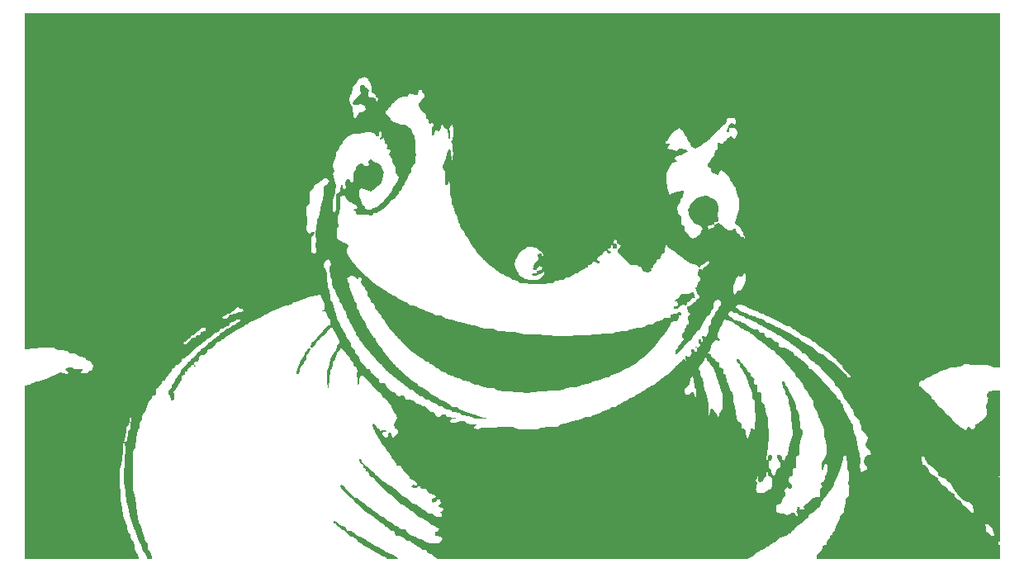
<source format=gbo>
G04*
G04 #@! TF.GenerationSoftware,Altium Limited,Altium Designer,23.10.1 (27)*
G04*
G04 Layer_Color=32896*
%FSLAX24Y24*%
%MOIN*%
G70*
G04*
G04 #@! TF.SameCoordinates,035D824A-8269-4E4D-BA6D-B56C25CEACC5*
G04*
G04*
G04 #@! TF.FilePolarity,Positive*
G04*
G01*
G75*
G36*
X39370Y9092D02*
X39132Y9116D01*
X39058Y9137D01*
X38984Y9158D01*
X38837Y9218D01*
X38369Y9218D01*
X37902Y9219D01*
X37836Y9184D01*
X37771Y9150D01*
X37697Y9132D01*
X37623Y9114D01*
X37500Y9104D01*
X37377Y9094D01*
X37274Y9078D01*
X37233Y9040D01*
X37192Y9002D01*
X37120Y8991D01*
X37049Y8979D01*
X36927Y8947D01*
X36836Y8870D01*
X36644Y8815D01*
X36569Y8734D01*
X36489Y8707D01*
X36409Y8680D01*
X36347Y8626D01*
X36286Y8571D01*
X36202D01*
X36127Y8495D01*
X36115Y8430D01*
X36103Y8366D01*
X36163Y8333D01*
X36305Y8193D01*
X36446Y8054D01*
X36612Y7927D01*
X36623Y7878D01*
X36634Y7829D01*
X36690Y7796D01*
X36745Y7764D01*
Y7739D01*
X36864Y7610D01*
X36983Y7481D01*
X37066Y7399D01*
X37149Y7316D01*
X37196Y7249D01*
X37337Y7137D01*
X37461Y6994D01*
X37584Y6851D01*
X37682Y6816D01*
X37825Y6669D01*
X37888Y6640D01*
X37951Y6610D01*
X37967Y6573D01*
X37983Y6537D01*
X38003D01*
X38042Y6667D01*
X38076Y6691D01*
X38111Y6715D01*
X38151Y6696D01*
X38191Y6678D01*
X38215Y6633D01*
X38238Y6587D01*
Y6537D01*
X38268D01*
X38318Y6625D01*
X38368Y6714D01*
X38379Y6756D01*
X38389Y6798D01*
X38498Y6819D01*
X38632Y6951D01*
X38766Y7084D01*
X38806Y7147D01*
X38846Y7210D01*
X38850Y7381D01*
X38829Y7490D01*
X38807Y7599D01*
X38842Y7648D01*
X38877Y7697D01*
X38896Y7782D01*
X38914Y7866D01*
X38861Y7946D01*
Y8024D01*
X38926Y8082D01*
X38919Y8119D01*
X38960Y8124D01*
X39001Y8129D01*
X39083Y8158D01*
X39226Y8168D01*
X39370Y8179D01*
Y4716D01*
X39304D01*
Y4683D01*
X39370D01*
Y2075D01*
X39304D01*
X39299Y1976D01*
X39296Y1935D01*
X39333Y1930D01*
X39370Y1925D01*
Y1353D01*
X31972D01*
Y1529D01*
X32006Y1572D01*
X32040Y1615D01*
X32080D01*
X32126Y1662D01*
X32171Y1709D01*
X32199Y1806D01*
X32228Y1902D01*
X32365Y1929D01*
X32375Y1973D01*
X32385Y2017D01*
X32416Y2140D01*
X32463Y2164D01*
X32510Y2189D01*
X32521Y2238D01*
X32532Y2287D01*
X32572Y2319D01*
X32611Y2350D01*
Y2381D01*
X32660Y2454D01*
X32709Y2526D01*
X32710Y2569D01*
X32744Y2646D01*
X32779Y2723D01*
X32841Y2854D01*
X32903Y2985D01*
X32931Y3064D01*
X32959Y3142D01*
X32996Y3166D01*
X33033Y3191D01*
X33071Y3274D01*
Y3383D01*
X33106Y3487D01*
X33141Y3592D01*
X33140Y3796D01*
X33204Y3858D01*
X33268Y3920D01*
X33268Y4071D01*
X33268Y4221D01*
X33301Y4308D01*
X33268Y4350D01*
X33235Y4392D01*
Y4480D01*
X33259Y4512D01*
X33283Y4543D01*
X33284Y4881D01*
X33258Y4942D01*
X33231Y5003D01*
X33200Y5282D01*
X33189Y5416D01*
X33177Y5551D01*
X33156Y5572D01*
X33134Y5593D01*
X33038Y5480D01*
Y5370D01*
X33002Y5302D01*
X32970Y5170D01*
X32939Y5039D01*
X32872Y4873D01*
X32805Y4707D01*
X32756Y4562D01*
X32718Y4502D01*
X32679Y4441D01*
X32668Y4380D01*
X32656Y4318D01*
X32613Y4267D01*
X32569Y4215D01*
X32510Y4133D01*
X32452Y4051D01*
X32422Y3994D01*
X32393Y3936D01*
X32327Y3854D01*
X32260Y3772D01*
X32160Y3664D01*
X32136Y3564D01*
X32111Y3463D01*
X32058Y3445D01*
X32004Y3428D01*
X31910Y3336D01*
X31816Y3244D01*
X31754Y3203D01*
X31691Y3161D01*
X31639Y3074D01*
X31586Y2987D01*
X31498Y2935D01*
X31409Y2883D01*
X31386Y2840D01*
X31364Y2796D01*
X31258Y2729D01*
X31152Y2662D01*
X31083Y2566D01*
X31036Y2542D01*
X30988Y2517D01*
X30963Y2468D01*
X30937Y2418D01*
X30874Y2393D01*
X30811Y2368D01*
X30746Y2292D01*
X30626Y2265D01*
X30507Y2238D01*
X30429Y2158D01*
X30352Y2077D01*
X30256Y2028D01*
X30159Y1980D01*
X30032Y1878D01*
X29992D01*
X29847Y1768D01*
X29790Y1746D01*
X29733Y1725D01*
X29683Y1689D01*
X29634Y1653D01*
X29524Y1596D01*
X29456Y1535D01*
X29388Y1474D01*
X29310Y1445D01*
X29232Y1416D01*
Y1353D01*
X16650D01*
Y1413D01*
X16584Y1443D01*
X16517Y1473D01*
X16456Y1559D01*
X16281Y1615D01*
X16232Y1722D01*
X16150Y1735D01*
X16068Y1748D01*
X16027Y1786D01*
X15986Y1824D01*
X15879Y1875D01*
X15773Y1927D01*
X15666Y2006D01*
X15559Y2086D01*
X15510Y2097D01*
X15461Y2109D01*
X15375Y2142D01*
X15341Y2217D01*
X15133Y2285D01*
X15072Y2296D01*
X15011Y2308D01*
X14978Y2348D01*
X14964Y2412D01*
X14951Y2475D01*
X14879Y2496D01*
X14806Y2517D01*
X14748Y2573D01*
X14690Y2629D01*
X14633Y2653D01*
X14575Y2676D01*
X14553Y2717D01*
X14531Y2758D01*
X14457Y2794D01*
X14383Y2830D01*
X14269Y2924D01*
X14155Y3018D01*
X14103Y3054D01*
X14050Y3090D01*
X13968Y3153D01*
X13886Y3216D01*
X13794Y3278D01*
X13703Y3340D01*
X13589Y3450D01*
X13475Y3560D01*
X13413Y3599D01*
X13351Y3637D01*
X13311Y3700D01*
X13271Y3764D01*
X13178Y3850D01*
X13084Y3936D01*
X12959Y4059D01*
X12833Y4183D01*
X12788Y4244D01*
X12742Y4306D01*
X12780Y4352D01*
X12847Y4325D01*
X12913Y4299D01*
X13022Y4138D01*
X13073Y4107D01*
X13124Y4076D01*
X13159Y3999D01*
X13255Y3943D01*
X13359Y3848D01*
X13455Y3827D01*
X13524Y3758D01*
X13593Y3690D01*
X13666Y3642D01*
X13738Y3593D01*
X13805Y3535D01*
X13872Y3477D01*
X13945Y3432D01*
X14017Y3387D01*
X14075Y3347D01*
X14132Y3308D01*
X14173Y3268D01*
X14214Y3228D01*
X14268Y3200D01*
X14321Y3173D01*
X14341Y3140D01*
X14362Y3108D01*
X14526Y3056D01*
X14624Y2946D01*
X14808Y2824D01*
X14992Y2702D01*
X15112Y2679D01*
X15129Y2633D01*
X15147Y2586D01*
X15263Y2569D01*
X15379Y2552D01*
X15412Y2493D01*
X15467Y2439D01*
X15522Y2385D01*
X15588Y2351D01*
X15655Y2317D01*
X15807Y2272D01*
X15845Y2236D01*
X15884Y2200D01*
X15992Y2161D01*
X16101Y2122D01*
X16136Y2088D01*
X16172Y2055D01*
X16394Y2008D01*
X16562Y2007D01*
X16731Y2006D01*
X16823Y2071D01*
X16860Y2138D01*
X16898Y2205D01*
X16779Y2255D01*
X16658Y2288D01*
X16628Y2311D01*
X16598Y2334D01*
X16581Y2463D01*
X16656Y2482D01*
X16732Y2501D01*
X16753Y2586D01*
X16724Y2614D01*
X16560Y2698D01*
X16396Y2783D01*
X16339Y2838D01*
X16281Y2893D01*
X16181Y2949D01*
X16081Y3005D01*
X16001Y3035D01*
X15920Y3066D01*
X15668Y3305D01*
X15631D01*
X15538Y3369D01*
X15445Y3432D01*
X15392Y3490D01*
X15340Y3548D01*
X15245Y3576D01*
X15150Y3603D01*
X14838Y3924D01*
X14770Y3966D01*
X14703Y4008D01*
X14557Y4153D01*
X14411Y4299D01*
X14335Y4380D01*
X14259Y4461D01*
X14170Y4523D01*
X14154Y4570D01*
X14137Y4617D01*
X14050Y4667D01*
X13962Y4717D01*
X13921Y4802D01*
X13880Y4888D01*
X13830Y4916D01*
X13779Y4944D01*
Y5009D01*
X13730Y5044D01*
X13681Y5079D01*
X13681Y5167D01*
X13656Y5204D01*
X13616Y5210D01*
X13576Y5216D01*
X13537Y5273D01*
X13499Y5330D01*
X13509Y5396D01*
X13549Y5402D01*
X13589Y5408D01*
X13610Y5378D01*
X13632Y5349D01*
Y5258D01*
X13726Y5209D01*
X13735Y5176D01*
X13743Y5144D01*
X13839Y5085D01*
X13945Y4964D01*
X14099Y4874D01*
X14165Y4811D01*
X14231Y4747D01*
X14363Y4629D01*
X14495Y4511D01*
X14543Y4482D01*
X14592Y4454D01*
X14698Y4372D01*
X14805Y4291D01*
X14936Y4197D01*
X15067Y4104D01*
X15116Y4057D01*
X15166Y4011D01*
X15281Y3901D01*
X15477Y3812D01*
X15532Y3759D01*
X15587Y3707D01*
X15615Y3634D01*
X15708Y3607D01*
X15801Y3580D01*
X15936Y3453D01*
X15966D01*
X16068Y3375D01*
X16134Y3342D01*
X16199Y3308D01*
X16260Y3260D01*
X16321Y3211D01*
X16492Y3191D01*
X16542Y3143D01*
X16593Y3096D01*
X16667Y3078D01*
X16742Y3060D01*
X16822Y3080D01*
X16863Y3112D01*
Y3171D01*
X16821Y3222D01*
X16779Y3272D01*
X16813D01*
X16871Y3323D01*
X16929Y3374D01*
Y3399D01*
X16839Y3433D01*
X16751Y3453D01*
X16725Y3478D01*
X16699Y3504D01*
Y3551D01*
X16767Y3593D01*
X16834Y3635D01*
X16810Y3663D01*
X16786Y3690D01*
X16770Y3740D01*
X16753Y3789D01*
X16659Y3782D01*
X16652Y3762D01*
X16645Y3741D01*
X16571Y3667D01*
X16526Y3656D01*
X16481Y3645D01*
X16436Y3707D01*
X16445Y3789D01*
X16559Y3825D01*
X16581Y3860D01*
X16604Y3894D01*
X16587Y3920D01*
X16429Y3999D01*
X16393Y4018D01*
X16324Y4064D01*
X16255Y4110D01*
X16238Y4148D01*
X16220Y4187D01*
X16051Y4209D01*
X15978Y4257D01*
Y4307D01*
X15929Y4325D01*
X15876Y4281D01*
X15824Y4237D01*
X15741Y4247D01*
X15658Y4258D01*
X15609Y4308D01*
X15674Y4357D01*
X15815Y4342D01*
X15839Y4366D01*
X15863Y4390D01*
Y4435D01*
X15820Y4465D01*
X15778Y4494D01*
X15726Y4537D01*
X15674Y4579D01*
X15583Y4602D01*
X15563Y4645D01*
X15543Y4689D01*
X15330Y4909D01*
X15270Y4981D01*
X15211Y5052D01*
X15175Y5121D01*
X15048Y5142D01*
X15024Y5171D01*
X14999Y5200D01*
X14956Y5292D01*
X14914Y5384D01*
X14889Y5393D01*
X14863Y5403D01*
X14812Y5504D01*
X14761Y5606D01*
X14620Y5757D01*
X14547Y5905D01*
X14499Y5943D01*
X14451Y5982D01*
X14418Y6042D01*
X14384Y6102D01*
X14241Y6348D01*
X14191Y6446D01*
X14142Y6545D01*
X14105Y6590D01*
X14068Y6635D01*
X14049Y6814D01*
X14096Y6833D01*
X14173Y6782D01*
X14206Y6717D01*
X14239Y6652D01*
X14281Y6641D01*
X14322Y6631D01*
X14347Y6582D01*
X14372Y6534D01*
X14400Y6546D01*
X14427Y6558D01*
X14485Y6565D01*
X14542Y6572D01*
X14634Y6537D01*
X14626Y6522D01*
X14617Y6507D01*
X14469Y6485D01*
X14449Y6409D01*
X14476Y6358D01*
X14502Y6307D01*
X14543D01*
X14589Y6264D01*
X14635Y6221D01*
X14664Y6249D01*
X14669Y6348D01*
X14674Y6446D01*
X14720Y6452D01*
X14767Y6457D01*
X14829Y6400D01*
Y6360D01*
X14863Y6317D01*
X14897Y6274D01*
X14957Y6306D01*
X15025Y6391D01*
X15092Y6475D01*
Y6564D01*
X15063Y6589D01*
X15034Y6614D01*
X14985Y6637D01*
X14936Y6660D01*
X14925Y6788D01*
X14985Y6933D01*
X15045Y7077D01*
X15025Y7138D01*
X15005Y7198D01*
X14925Y7315D01*
X14845Y7431D01*
X14795Y7600D01*
X14748Y7618D01*
X14648Y7781D01*
X14574Y7824D01*
X14501Y7867D01*
X14461Y7945D01*
X14422Y8024D01*
X14367Y8066D01*
X14313Y8108D01*
X14188Y8229D01*
X14064Y8349D01*
X14026Y8412D01*
X13989Y8474D01*
X13901Y8540D01*
X13814Y8606D01*
X13796Y8663D01*
X13751Y8706D01*
X13706Y8748D01*
X13644Y8753D01*
X13581Y8759D01*
X13541Y8688D01*
X13501Y8616D01*
Y8474D01*
X13482Y8432D01*
X13463Y8391D01*
X13435Y8409D01*
X13434Y8644D01*
X13405Y8771D01*
X13428Y8847D01*
X13451Y8923D01*
X13431Y9095D01*
X13394Y9125D01*
X13355Y9131D01*
X13315Y9137D01*
X13289Y9186D01*
X13269Y9309D01*
X13219Y9350D01*
X13140Y9428D01*
Y9491D01*
X13028Y9596D01*
X12959Y9735D01*
X12798Y9903D01*
X12763Y9882D01*
X12737Y9825D01*
X12710Y9769D01*
X12662Y9722D01*
X12613Y9674D01*
X12553Y9421D01*
X12463Y9327D01*
X12441Y9202D01*
X12419Y9077D01*
X12378Y9028D01*
X12336Y8978D01*
X12335Y8956D01*
X12273Y8289D01*
X12258Y8274D01*
X12235Y8361D01*
X12213Y8448D01*
Y8989D01*
X12242Y9046D01*
X12271Y9104D01*
X12321Y9194D01*
X12364Y9432D01*
X12521Y9744D01*
X12550Y9776D01*
X12578Y9809D01*
X12602Y9924D01*
X12651Y10022D01*
X12680Y10055D01*
X12709Y10088D01*
X12720Y10150D01*
X12731Y10211D01*
X12691Y10248D01*
X12651Y10285D01*
X12624Y10368D01*
X12598Y10452D01*
X12568Y10483D01*
X12539Y10515D01*
X12492Y10601D01*
X12445Y10687D01*
X12398Y10726D01*
X12330Y10658D01*
X12262Y10590D01*
X12208Y10536D01*
X12154Y10482D01*
X12134Y10461D01*
X12114Y10441D01*
X12036Y10367D01*
X11957Y10293D01*
X11933D01*
X11904Y10245D01*
X11876Y10197D01*
X11814Y10177D01*
X11760Y10043D01*
X11691Y9971D01*
X11622Y9900D01*
X11565Y9899D01*
X11561Y9940D01*
X11564Y9981D01*
X11567Y10022D01*
X11583Y10075D01*
X11600Y10127D01*
X11655Y10146D01*
X11803Y10316D01*
X12055Y10580D01*
X12162Y10691D01*
X12268Y10802D01*
X12316D01*
X12356Y10851D01*
X12334Y11032D01*
X12257Y11122D01*
X12223Y11227D01*
X12189Y11331D01*
X12151Y11376D01*
X12008D01*
Y11409D01*
X12072D01*
X12087Y11437D01*
X12102Y11466D01*
X12123Y11652D01*
X12060Y11788D01*
X11997Y11925D01*
X11975Y12012D01*
X11929Y12028D01*
X11882Y12045D01*
X11854Y12029D01*
X11825Y12013D01*
X11551Y11968D01*
X11458Y11921D01*
X11311Y11877D01*
X11163Y11832D01*
X11114Y11802D01*
X11065Y11773D01*
X10878Y11735D01*
X10812Y11687D01*
X10746Y11639D01*
X10450Y11574D01*
X10380Y11534D01*
X10310Y11494D01*
X10212Y11466D01*
X10113Y11438D01*
X10088Y11416D01*
X10063Y11393D01*
X9988Y11360D01*
X9914Y11328D01*
X9826Y11258D01*
X9724Y11219D01*
X9623Y11179D01*
X9564Y11139D01*
X9506Y11100D01*
X9466Y11088D01*
X9426Y11076D01*
X9351Y11031D01*
X9277Y10986D01*
X9184Y10959D01*
X9092Y10933D01*
X9047Y10878D01*
X8965Y10842D01*
X8883Y10805D01*
X8852Y10771D01*
X8821Y10737D01*
X8533Y10617D01*
X8358Y10462D01*
X8259Y10412D01*
X8161Y10362D01*
X8049Y10245D01*
X8003Y10235D01*
X7956Y10225D01*
X7935Y10194D01*
X7913Y10164D01*
X7752Y10104D01*
X7713Y10047D01*
X7675Y9990D01*
X7620Y9928D01*
X7565Y9867D01*
X7489Y9847D01*
X7414Y9827D01*
X7396Y9744D01*
X7383Y9704D01*
X7314Y9660D01*
X7244Y9616D01*
X7128Y9585D01*
X7095Y9553D01*
X7062Y9452D01*
X7029Y9350D01*
X6964Y9341D01*
X6898Y9332D01*
X6857Y9307D01*
Y9206D01*
X6914Y9163D01*
X6893Y9142D01*
X6872Y9121D01*
X6863Y9157D01*
X6853Y9194D01*
X6757D01*
X6716Y9150D01*
X6676Y9106D01*
X6606Y9071D01*
X6580Y9022D01*
X6571Y8978D01*
X6562Y8934D01*
X6488Y8923D01*
X6480Y8858D01*
X6471Y8792D01*
X6348Y8782D01*
Y8618D01*
X6296Y8513D01*
X6249Y8464D01*
X6203Y8415D01*
X6168Y8320D01*
X6132Y8225D01*
X6085Y8190D01*
X6038Y8156D01*
X6029Y8131D01*
X6020Y8107D01*
X6049Y8070D01*
X6065Y7979D01*
X6051Y7902D01*
X6036Y7825D01*
X5974Y7762D01*
X5925Y7781D01*
X5871Y7965D01*
X5803Y8033D01*
X5812Y8108D01*
X5820Y8184D01*
X5859Y8213D01*
X5897Y8243D01*
X5918Y8260D01*
X5938Y8277D01*
Y8371D01*
X6016Y8464D01*
X6043Y8517D01*
X6070Y8569D01*
Y8632D01*
X6125Y8675D01*
X6180Y8717D01*
X6201Y8800D01*
X6247Y8823D01*
X6292Y8847D01*
X6321Y8937D01*
X6349Y9027D01*
X6389Y9053D01*
X6430Y9079D01*
X6455Y9129D01*
X6481Y9179D01*
X6522Y9195D01*
X6563Y9210D01*
X6586Y9266D01*
X6610Y9321D01*
X6674Y9338D01*
X6756Y9469D01*
X6835Y9488D01*
X6854Y9530D01*
X6873Y9572D01*
X6957Y9604D01*
X6992Y9704D01*
X7040Y9728D01*
X7088Y9753D01*
X7107Y9795D01*
X7126Y9836D01*
X7189Y9869D01*
X7252Y9901D01*
X7270Y9947D01*
X7326Y9980D01*
X7382Y10013D01*
X7402Y10057D01*
X7422Y10101D01*
X7507Y10139D01*
X7592Y10177D01*
X7614Y10244D01*
X7666Y10270D01*
X7718Y10296D01*
X7800Y10372D01*
X7866Y10434D01*
X7931Y10497D01*
X8008Y10533D01*
X8085Y10569D01*
X8120Y10635D01*
X8279Y10688D01*
X8354Y10768D01*
X8514Y10821D01*
X8536Y10862D01*
X8557Y10903D01*
X8637Y10947D01*
X8717Y10990D01*
X8723Y11011D01*
X8730Y11031D01*
X8557D01*
X8479Y10958D01*
X8294Y10892D01*
X8275Y10811D01*
X8172Y10781D01*
X8069Y10751D01*
X8041Y10675D01*
X7986Y10654D01*
X7925D01*
X7884Y10600D01*
X7843Y10546D01*
X7676Y10486D01*
X7660Y10455D01*
X7643Y10425D01*
X7538Y10371D01*
X7472Y10315D01*
X7406Y10259D01*
X7364Y10220D01*
X7322Y10182D01*
X7252Y10146D01*
X7182Y10110D01*
X7078Y10017D01*
X6975Y9924D01*
X6701Y9687D01*
X6581Y9584D01*
X6460Y9481D01*
X6404Y9452D01*
X6348Y9423D01*
Y9358D01*
X6287Y9301D01*
X6227Y9248D01*
X6167Y9194D01*
X6128Y9185D01*
X6089Y9175D01*
X6079Y9134D01*
X6068Y9094D01*
X5961Y9030D01*
X5934Y8973D01*
X5906Y8915D01*
X5871D01*
X5848Y8860D01*
X5825Y8805D01*
X5706Y8700D01*
X5674Y8584D01*
X5617Y8561D01*
X5561Y8538D01*
X5538Y8483D01*
X5515Y8428D01*
X5483Y8397D01*
X5451Y8366D01*
X5430Y8278D01*
X5375Y8260D01*
X5320Y8242D01*
X5309Y8131D01*
X5299Y8021D01*
X5243Y7980D01*
X5188D01*
X5161Y7909D01*
X5134Y7838D01*
X5020Y7728D01*
Y7693D01*
X4942Y7545D01*
X4873Y7313D01*
X4824Y7252D01*
X4775Y7191D01*
X4755Y7097D01*
X4735Y7004D01*
X4689Y6914D01*
X4642Y6824D01*
X4642Y6745D01*
X4642Y6667D01*
X4595Y6554D01*
X4553Y6397D01*
X4510Y6240D01*
X4476Y5856D01*
X4432Y5774D01*
X4388Y5692D01*
X4387Y5314D01*
X4384Y4962D01*
X4380Y4609D01*
X4395Y4133D01*
X4436Y3953D01*
X4478Y3772D01*
X4503Y3592D01*
X4527Y3412D01*
X4542Y3329D01*
X4557Y3247D01*
X4593Y3042D01*
X4628Y2837D01*
X4669Y2749D01*
X4709Y2660D01*
X4742Y2528D01*
X4776Y2397D01*
X4822Y2331D01*
X4849Y2211D01*
X4875Y2092D01*
X4967Y1976D01*
X4991Y1772D01*
X5086Y1684D01*
X5118Y1555D01*
X5150Y1427D01*
X5151Y1390D01*
X5151Y1353D01*
X4954D01*
X4953Y1427D01*
X4921Y1498D01*
X4889Y1569D01*
X4837Y1634D01*
X4786Y1698D01*
X4748Y1809D01*
X4710Y1919D01*
X4625Y2107D01*
X4540Y2296D01*
X4511Y2394D01*
X4481Y2493D01*
X4430Y2615D01*
X4379Y2737D01*
X4354Y2836D01*
X4328Y2936D01*
X4236Y3149D01*
X4214Y3329D01*
X4181Y3469D01*
X4149Y3608D01*
X4126Y3699D01*
X4103Y3789D01*
X4084Y3961D01*
X4066Y4133D01*
X4017Y4444D01*
X4018Y4686D01*
X4019Y4927D01*
X4036Y5095D01*
X4054Y5262D01*
X4045Y5528D01*
X4067Y5651D01*
X4088Y5774D01*
X4077Y5880D01*
X4065Y5987D01*
X4063Y6044D01*
X4060Y6102D01*
X4131Y6112D01*
X4141Y6153D01*
X4151Y6194D01*
X4174Y6368D01*
X4197Y6542D01*
X4269Y6639D01*
X4282Y6739D01*
X4295Y6840D01*
X4331Y6932D01*
Y7095D01*
X4305Y7105D01*
X4279Y7115D01*
X4248Y7084D01*
X4234Y6930D01*
X4220Y6777D01*
X4189Y6756D01*
X4158Y6734D01*
X4138Y6717D01*
X4117Y6699D01*
Y6490D01*
X4084Y6321D01*
X4051Y6153D01*
X4029Y6127D01*
X4006Y6102D01*
X3988Y5930D01*
X3969Y5757D01*
X3936Y5323D01*
X3920Y5239D01*
X3904Y5156D01*
X3878Y5079D01*
X3851Y5003D01*
X3850Y4691D01*
X3850Y4379D01*
X3868Y4059D01*
X3887Y3740D01*
X3956Y3428D01*
X3983Y3149D01*
X4037Y2919D01*
X4150Y2695D01*
X4160Y2602D01*
X4169Y2509D01*
X4186Y2466D01*
X4202Y2423D01*
X4239Y2390D01*
X4277Y2358D01*
X4288Y2258D01*
X4299Y2157D01*
X4349Y2107D01*
X4397D01*
X4425Y2034D01*
X4443Y1895D01*
X4462Y1757D01*
X4532Y1640D01*
X4571Y1533D01*
X4610Y1427D01*
Y1353D01*
X0D01*
Y8357D01*
X78D01*
X142Y8387D01*
X205Y8416D01*
X262Y8448D01*
X320Y8479D01*
X402Y8500D01*
X484Y8520D01*
X574Y8538D01*
X664Y8556D01*
X891Y8627D01*
X917Y8653D01*
X943Y8680D01*
X1001Y8714D01*
X1058Y8747D01*
X1251Y8817D01*
X1445Y8886D01*
X1567Y8866D01*
X1718Y8846D01*
X1788Y8883D01*
Y8911D01*
X1641Y9022D01*
X1640Y9043D01*
X1706Y9069D01*
X1772Y9096D01*
X1850Y9096D01*
X1927Y9095D01*
X2032Y9032D01*
X2190Y9031D01*
X2272Y9034D01*
X2353Y9038D01*
X2358Y9012D01*
X2364Y8986D01*
X2283Y8908D01*
X2299Y8882D01*
X2553D01*
X2591Y8922D01*
X2628Y8962D01*
X2709Y8982D01*
X2740Y9051D01*
X2772Y9120D01*
X2772Y9210D01*
X2703Y9282D01*
X2633Y9354D01*
X2575Y9383D01*
X2518Y9411D01*
X2485Y9451D01*
X2452Y9490D01*
X2243Y9526D01*
X2182Y9582D01*
X2121Y9637D01*
X1991Y9654D01*
X1862Y9672D01*
X1780Y9750D01*
X1739Y9765D01*
X1698Y9780D01*
X1542Y9792D01*
X1386Y9804D01*
X1296Y9844D01*
X1206Y9885D01*
X1091Y9900D01*
X976Y9915D01*
X852Y9915D01*
X729Y9916D01*
X41Y9850D01*
X21Y9850D01*
X0Y9850D01*
Y23400D01*
X39370D01*
Y9092D01*
D02*
G37*
G36*
X11541Y9862D02*
X11551Y9838D01*
X11523Y9752D01*
X11495Y9667D01*
X11417Y9631D01*
X11393Y9549D01*
X11368Y9467D01*
Y9411D01*
X11344Y9391D01*
X11319Y9371D01*
X11269Y9272D01*
X11219Y9173D01*
X11155Y9120D01*
X11125Y8981D01*
X11095Y8841D01*
X11003Y8831D01*
X10969Y8865D01*
X10990Y8935D01*
X11011Y9005D01*
X11035Y9087D01*
X11059Y9169D01*
X11092Y9216D01*
X11125Y9262D01*
X11164Y9370D01*
X11203Y9478D01*
X11244Y9521D01*
X11284Y9563D01*
X11317Y9641D01*
X11351Y9719D01*
X11383D01*
X11460Y9875D01*
X11496Y9880D01*
X11532Y9885D01*
X11541Y9862D01*
D02*
G37*
G36*
X12541Y2911D02*
X12590Y2881D01*
X12639Y2851D01*
X12662Y2823D01*
X12685Y2795D01*
X12761Y2744D01*
X12836Y2693D01*
X12910Y2666D01*
X12984Y2639D01*
X13016Y2542D01*
X13050Y2518D01*
X13200Y2517D01*
X13279Y2432D01*
X13370Y2363D01*
X13461Y2293D01*
X13542Y2266D01*
X13622Y2238D01*
X13738Y2171D01*
X13853Y2103D01*
X13894Y2073D01*
X13935Y2042D01*
X14155Y1893D01*
X14244Y1870D01*
X14332Y1847D01*
X14475Y1739D01*
X14617Y1632D01*
X14653D01*
X14872Y1525D01*
X15092Y1418D01*
Y1353D01*
X14600D01*
Y1420D01*
X14508Y1461D01*
X14415Y1502D01*
X14313Y1578D01*
X14247Y1599D01*
X14181Y1620D01*
X14140Y1665D01*
X14098Y1710D01*
X13905Y1810D01*
X13712Y1909D01*
X13655Y1959D01*
X13598Y2009D01*
X13516Y2050D01*
X13435Y2092D01*
Y2121D01*
X13351Y2188D01*
X13267Y2255D01*
X13186D01*
X13094Y2357D01*
X13069Y2384D01*
X13045Y2411D01*
X12998Y2452D01*
X12951Y2493D01*
X12787Y2560D01*
X12759Y2619D01*
X12731Y2677D01*
X12628Y2698D01*
X12591Y2796D01*
X12525Y2817D01*
X12496Y2842D01*
X12467Y2867D01*
X12486Y2889D01*
X12504Y2911D01*
X12541Y2911D01*
D02*
G37*
%LPC*%
G36*
X16043Y20316D02*
X15930D01*
X15906Y20276D01*
X15868Y20111D01*
X15767Y20115D01*
X15666Y20119D01*
X15604Y20144D01*
X15543Y20170D01*
X15486Y20099D01*
Y20041D01*
X15420Y20024D01*
X15355Y20033D01*
X15289Y20041D01*
X15116Y19967D01*
X15063Y19920D01*
X15009Y19873D01*
X14961D01*
X14936Y19823D01*
X14910Y19773D01*
X14869Y19758D01*
X14828Y19742D01*
X14804Y19686D01*
X14781Y19629D01*
X14751Y19608D01*
X14722Y19586D01*
X14666Y19498D01*
X14621Y19476D01*
X14575Y19455D01*
X14566Y19356D01*
X14782Y19127D01*
X14796Y19102D01*
X14810Y19077D01*
X14930Y19018D01*
X15051Y18958D01*
X15168Y18909D01*
X15212Y18917D01*
X15257Y18926D01*
X15334Y18904D01*
X15412Y18883D01*
X15556Y18758D01*
X15582D01*
X15636Y18649D01*
X15691Y18541D01*
X15755Y18421D01*
X15766Y18159D01*
X15778Y17896D01*
X15789Y17798D01*
X15800Y17700D01*
X15783Y17538D01*
X15766Y17376D01*
X15715Y17306D01*
X15672Y17242D01*
X15630Y17178D01*
X15606Y17004D01*
X15570Y16975D01*
X15534Y16945D01*
X15452Y16717D01*
X15393Y16650D01*
X15337Y16465D01*
X15286Y16422D01*
X15209Y16270D01*
X15182Y16248D01*
X15155Y16225D01*
X15079Y16076D01*
X15028Y16038D01*
X14977Y16001D01*
Y15958D01*
X14903Y15890D01*
X14841Y15864D01*
X14779Y15839D01*
X14745Y15763D01*
X14712Y15687D01*
X14660Y15660D01*
X14609Y15633D01*
X14477Y15496D01*
X14427Y15472D01*
X14378Y15447D01*
X14304Y15393D01*
X14231Y15339D01*
X14163Y15344D01*
X14095Y15348D01*
X14074Y15262D01*
X13991Y15225D01*
X13837Y15263D01*
X13643Y15259D01*
X13449Y15255D01*
X13417Y15294D01*
X13386Y15333D01*
Y15396D01*
X13328Y15420D01*
X13271Y15444D01*
Y15473D01*
X13297Y15483D01*
X13323Y15493D01*
X13416D01*
X13438Y15563D01*
X13419Y15599D01*
X13400Y15635D01*
X13353Y15663D01*
X13307Y15690D01*
X13260D01*
X13200Y15756D01*
X13158D01*
X13078Y15792D01*
X13042Y15862D01*
X12996Y15944D01*
X12950Y16026D01*
X12877Y16037D01*
X12764Y16000D01*
X12748Y15895D01*
X12738Y15618D01*
X12729Y15340D01*
X12662Y15190D01*
X12665Y15001D01*
X12669Y14812D01*
X12634Y14755D01*
X12599Y14698D01*
X12600Y14386D01*
X12628Y14333D01*
X12656Y14280D01*
X12769Y14206D01*
X12882Y14132D01*
X12912D01*
X13001Y14089D01*
X13091Y14047D01*
Y13994D01*
X13056Y13923D01*
X13022Y13852D01*
X13005Y13728D01*
X13046Y13680D01*
X13086Y13631D01*
X13098Y13594D01*
X13109Y13557D01*
X13164Y13485D01*
X13220Y13412D01*
X13269Y13320D01*
X13386Y13228D01*
Y13185D01*
X13583Y12986D01*
X13779Y12787D01*
X13825Y12764D01*
X13870Y12740D01*
X13945Y12639D01*
X13981D01*
X14132Y12505D01*
X14190Y12452D01*
X14247Y12399D01*
X14385Y12339D01*
X14401Y12296D01*
X14501Y12246D01*
X14600Y12195D01*
Y12167D01*
X14705Y12117D01*
X14810Y12067D01*
X14832Y12030D01*
X14921Y11991D01*
X15009Y11952D01*
X15063Y11912D01*
X15116Y11872D01*
X15198Y11848D01*
X15253Y11806D01*
X15308Y11765D01*
X15380Y11744D01*
X15451Y11722D01*
X15527Y11683D01*
X15598Y11618D01*
X15715Y11587D01*
X15832Y11555D01*
X15877Y11522D01*
X15922Y11489D01*
X16020Y11464D01*
X16117Y11439D01*
X16169Y11399D01*
X16221Y11359D01*
X16333Y11334D01*
X16445Y11308D01*
X16609Y11215D01*
X16800Y11193D01*
X16903Y11138D01*
X17006Y11084D01*
X17265Y11045D01*
X17339Y11008D01*
X17413Y10970D01*
X17587Y10936D01*
X17761Y10903D01*
X17915Y10833D01*
X18112Y10801D01*
X18309Y10768D01*
X18361Y10742D01*
X18413Y10715D01*
X18663Y10684D01*
X18913Y10654D01*
X19039Y10613D01*
X19164Y10572D01*
X19232Y10572D01*
X19299Y10572D01*
X19546Y10547D01*
X19792Y10523D01*
X19923Y10490D01*
X20054Y10457D01*
X20177Y10441D01*
X20300Y10425D01*
X20682Y10424D01*
X21106Y10400D01*
X21530Y10375D01*
X21563Y10368D01*
X21596Y10361D01*
X22695Y10390D01*
X23081Y10423D01*
X23466Y10456D01*
X23683Y10457D01*
X23755Y10483D01*
X23827Y10508D01*
X23893Y10523D01*
X23958Y10537D01*
X24137Y10555D01*
X24315Y10573D01*
X24450Y10624D01*
X24606Y10663D01*
X24762Y10702D01*
X24885Y10713D01*
X25008Y10724D01*
X25097Y10806D01*
X25217Y10829D01*
X25336Y10851D01*
X25418Y10918D01*
X25484Y10948D01*
X25549Y10979D01*
X25722Y11002D01*
X25770Y11060D01*
X25818Y11118D01*
X26066Y11099D01*
X26081Y11171D01*
X26091Y11236D01*
X26140Y11247D01*
X26189Y11257D01*
X26257Y11259D01*
X26325Y11261D01*
X26343Y11308D01*
X26450Y11363D01*
X26526Y11275D01*
Y11243D01*
X26476Y11215D01*
X26427Y11187D01*
X26403Y11104D01*
X26379Y11021D01*
X26348Y10993D01*
X26318Y10966D01*
X26199D01*
X26120Y10930D01*
X26034Y10760D01*
X25948Y10590D01*
X25915Y10561D01*
X25882Y10531D01*
X25853Y10474D01*
X25823Y10416D01*
X25731Y10326D01*
X25638Y10236D01*
X25593Y10130D01*
X25481Y10018D01*
X25369Y9907D01*
X25201Y9725D01*
X25033Y9543D01*
X24963Y9496D01*
X24893Y9449D01*
X24824Y9391D01*
X24755Y9333D01*
X24647Y9248D01*
X24573Y9210D01*
X24500Y9173D01*
X24462Y9144D01*
X24424Y9114D01*
X24320Y9079D01*
X24215Y9045D01*
X24177Y8999D01*
X24010Y8916D01*
X23843Y8834D01*
X23685Y8796D01*
X23647Y8755D01*
X23610Y8715D01*
X23498Y8692D01*
X23385Y8668D01*
X23317Y8628D01*
X23249Y8588D01*
X23098Y8555D01*
X22946Y8522D01*
X22894Y8490D01*
X22842Y8458D01*
X22679Y8432D01*
X22515Y8405D01*
X22449Y8374D01*
X22383Y8343D01*
X22338Y8326D01*
X22293Y8309D01*
X22083Y8285D01*
X21874Y8260D01*
X21800Y8229D01*
X21727Y8198D01*
X21539Y8179D01*
X21350Y8161D01*
X20464Y8090D01*
X20362Y8083D01*
X20261Y8076D01*
X20035Y8111D01*
X19382Y8146D01*
X19157Y8178D01*
X19064Y8216D01*
X18971Y8255D01*
X18848Y8267D01*
X18725Y8279D01*
X18587Y8302D01*
X18448Y8326D01*
X18398Y8356D01*
X18348Y8386D01*
X18230Y8403D01*
X18111Y8420D01*
X18041Y8470D01*
X17971Y8520D01*
X17725Y8573D01*
X17640Y8633D01*
X17518Y8669D01*
X17397Y8705D01*
X17344Y8745D01*
X17291Y8784D01*
X17125Y8816D01*
X17052Y8855D01*
X17031Y8885D01*
X17009Y8915D01*
X16963D01*
X16873Y8949D01*
X16783Y8982D01*
X16773Y9013D01*
X16763Y9044D01*
X16711Y9062D01*
X16658Y9079D01*
X16589Y9135D01*
X16519Y9190D01*
X16377Y9226D01*
X16359Y9265D01*
X16341Y9304D01*
X16267Y9323D01*
X16193Y9341D01*
X16155Y9390D01*
X16117Y9438D01*
X16043Y9472D01*
X15969Y9506D01*
X15885Y9568D01*
X15801Y9629D01*
X15664Y9747D01*
X15527Y9865D01*
X15461Y9923D01*
X15395Y9981D01*
X15174Y10191D01*
Y10222D01*
X15134Y10243D01*
X15094Y10265D01*
X15054Y10360D01*
X15008Y10384D01*
X14961Y10408D01*
X14936Y10456D01*
X14912Y10504D01*
X14840Y10555D01*
X14778Y10633D01*
X14715Y10711D01*
X14665Y10796D01*
X14615Y10881D01*
X14566Y10899D01*
X14535Y10971D01*
X14504Y11043D01*
X14479Y11053D01*
X14453Y11063D01*
X14404Y11160D01*
X14355Y11257D01*
X14303Y11277D01*
X14275Y11339D01*
X14247Y11400D01*
X14162Y11484D01*
X14141Y11571D01*
X14120Y11659D01*
X14073Y11685D01*
X14027Y11712D01*
X13982Y11801D01*
X13937Y11890D01*
X13895Y11939D01*
X13853Y11989D01*
X13852Y12087D01*
X13850Y12184D01*
X13807Y12216D01*
X13763Y12248D01*
Y12325D01*
X13623Y12440D01*
X13587Y12574D01*
X13599Y12638D01*
X13611Y12702D01*
X13587Y12740D01*
X13540Y12735D01*
X13492Y12729D01*
X13476Y12692D01*
X13460Y12655D01*
X13443Y12655D01*
X13417Y12700D01*
X13392Y12745D01*
X13246Y12785D01*
X13197Y12793D01*
X13132Y12771D01*
X13066Y12749D01*
X13022Y12715D01*
X13033Y12640D01*
X13044Y12566D01*
X13077Y12520D01*
X13109Y12474D01*
X13123Y12376D01*
X13137Y12278D01*
X13164Y12225D01*
X13191Y12171D01*
X13282Y11925D01*
X13307Y11795D01*
X13400Y11689D01*
X13423Y11505D01*
X13476Y11442D01*
X13529Y11378D01*
X13565Y11234D01*
X13598Y11204D01*
X13631Y11174D01*
X13665Y11082D01*
X13700Y10990D01*
X13748Y10940D01*
X13797Y10889D01*
X13817Y10720D01*
X13870Y10679D01*
X13923Y10639D01*
X13946Y10547D01*
X14013Y10449D01*
X14080Y10350D01*
X14124Y10301D01*
X14169Y10252D01*
X14187Y10198D01*
X14205Y10144D01*
X14267Y10061D01*
X14329Y9977D01*
X14414Y9891D01*
X14473Y9776D01*
X14594Y9633D01*
X14715Y9489D01*
X14751Y9411D01*
X14789Y9390D01*
X14827Y9370D01*
X14867Y9274D01*
X14913Y9250D01*
X14960Y9226D01*
X14986Y9177D01*
X15011Y9127D01*
X15052Y9111D01*
X15093Y9096D01*
X15121Y9047D01*
X15149Y8997D01*
X15176Y8997D01*
X15240Y8936D01*
X15303Y8874D01*
X15374Y8807D01*
X15445Y8741D01*
X15551Y8657D01*
X15658Y8574D01*
X15740Y8485D01*
X15810Y8454D01*
X15880Y8424D01*
X15910Y8344D01*
X16087Y8293D01*
X16118Y8258D01*
X16150Y8223D01*
X16199Y8198D01*
X16248Y8172D01*
X16308Y8121D01*
X16368Y8070D01*
X16441Y8017D01*
X16513Y7965D01*
X16594Y7929D01*
X16675Y7894D01*
X16727Y7855D01*
X16778Y7817D01*
X16871Y7782D01*
X16965Y7747D01*
X17069Y7659D01*
X17130Y7631D01*
X17192Y7603D01*
X17223Y7552D01*
X17254Y7502D01*
X17449Y7496D01*
X17579Y7406D01*
X17685Y7371D01*
X17790Y7336D01*
X17817Y7313D01*
X17844Y7289D01*
X18019Y7241D01*
X18194Y7192D01*
X18250Y7163D01*
X18430Y7096D01*
X18594Y7076D01*
X18635Y7066D01*
X18676Y7055D01*
X18578Y7044D01*
X18479Y7032D01*
X18211Y7029D01*
X18121Y7063D01*
X18084Y7113D01*
X17913Y7137D01*
X17741Y7160D01*
X17696Y7175D01*
X17652Y7191D01*
X17582Y7256D01*
X17506Y7273D01*
X17429Y7289D01*
X17335Y7300D01*
X17241Y7310D01*
Y7357D01*
X17204Y7373D01*
X17167Y7388D01*
X17076Y7406D01*
X16985Y7423D01*
X16877Y7537D01*
X16713D01*
X16668Y7585D01*
X16623Y7633D01*
X16442Y7686D01*
X16341Y7800D01*
X16217D01*
X16117Y7893D01*
X16038Y7922D01*
X15959Y7951D01*
X15920Y8016D01*
X15756Y8100D01*
X15737Y8127D01*
X15717Y8155D01*
X15639Y8185D01*
X15560Y8215D01*
X15509Y8270D01*
X15457Y8325D01*
X15405D01*
X15264Y8456D01*
X15182Y8533D01*
X15133Y8558D01*
X15084Y8584D01*
X15018Y8658D01*
X14881Y8745D01*
X14838Y8797D01*
X14794Y8849D01*
X14750D01*
X14679Y8948D01*
X14632Y8973D01*
X14586Y8997D01*
X14575Y9030D01*
X14564Y9064D01*
X14500Y9105D01*
X14436Y9145D01*
Y9194D01*
X14304Y9276D01*
Y9304D01*
X14243Y9369D01*
X14181Y9435D01*
X14068Y9560D01*
X13954Y9686D01*
X13870Y9809D01*
X13747Y9940D01*
X13708Y9981D01*
X13670Y10022D01*
X13643Y10075D01*
X13616Y10127D01*
X13551Y10172D01*
X13482Y10334D01*
X13435Y10383D01*
X13389Y10433D01*
X13370Y10502D01*
X13352Y10571D01*
X13311Y10615D01*
X13271Y10659D01*
X13247Y10740D01*
X13223Y10820D01*
X13182Y10869D01*
X13141Y10918D01*
X13121Y10983D01*
X13102Y11048D01*
X13009Y11151D01*
X12971Y11346D01*
X12867Y11470D01*
X12846Y11562D01*
X12826Y11654D01*
X12751Y11713D01*
X12734Y11745D01*
X12717Y11778D01*
X12705Y11850D01*
X12693Y11922D01*
X12603Y12007D01*
X12545Y12185D01*
X12451Y12319D01*
X12428Y12475D01*
X12404Y12631D01*
X12376Y12696D01*
X12347Y12762D01*
X12321Y13106D01*
X12346Y13185D01*
X12372Y13264D01*
X12361Y13321D01*
X12351Y13377D01*
X12312Y13422D01*
X12272Y13467D01*
X12147Y13402D01*
X12072Y13254D01*
X12081Y13205D01*
X12090Y13156D01*
X12138Y13078D01*
X12186Y13001D01*
X12204Y12876D01*
X12221Y12751D01*
X12243Y12321D01*
X12320Y12208D01*
X12321Y12171D01*
X12342Y11997D01*
X12364Y11823D01*
X12400Y11775D01*
X12436Y11726D01*
X12468Y11581D01*
X12500Y11436D01*
X12523Y11410D01*
X12547Y11384D01*
X12619Y11089D01*
X12664Y11007D01*
X12708Y10925D01*
X12766Y10744D01*
X12811Y10687D01*
X12855Y10629D01*
X12942Y10457D01*
X13029Y10285D01*
X13049Y10260D01*
X13069Y10236D01*
X13108Y10166D01*
X13146Y10096D01*
X13173D01*
Y9934D01*
X13234Y9889D01*
X13296Y9844D01*
X13316Y9819D01*
X13337Y9795D01*
Y9703D01*
X13527Y9514D01*
X13570Y9289D01*
X13680Y9243D01*
X13709Y9199D01*
X13738Y9154D01*
X13796Y9101D01*
X13853Y9048D01*
X13939Y9028D01*
X13976Y8946D01*
Y8898D01*
X14015Y8880D01*
X14054Y8863D01*
X14106Y8752D01*
X14247Y8682D01*
X14276Y8656D01*
X14305Y8631D01*
X14325Y8506D01*
X14348Y8487D01*
X14371Y8468D01*
X14444Y8478D01*
X14517Y8488D01*
X14570Y8410D01*
X14623Y8333D01*
X14750Y8169D01*
X14810Y8133D01*
X14870Y8096D01*
X14904Y8096D01*
X14937Y8095D01*
X15010Y8044D01*
Y7967D01*
X15162Y7945D01*
X15225Y7973D01*
X15288Y8001D01*
X15332Y7964D01*
X15354Y7898D01*
X15376Y7832D01*
X15412Y7804D01*
X15549Y7793D01*
X15687Y7782D01*
X15781Y7715D01*
Y7673D01*
X15839Y7621D01*
X16002Y7585D01*
X16037Y7562D01*
X16071Y7540D01*
X16139Y7521D01*
X16208Y7503D01*
X16301Y7405D01*
X16394Y7308D01*
X16445Y7307D01*
X16505Y7291D01*
X16565Y7274D01*
X16593Y7213D01*
X16621Y7152D01*
X16647Y7131D01*
X16673Y7111D01*
X16779D01*
X16814Y7160D01*
X16849Y7209D01*
X16976D01*
X17028Y7189D01*
Y7149D01*
X17058Y7121D01*
X17089Y7093D01*
X17380Y7062D01*
X17405Y7061D01*
Y7029D01*
X17251D01*
X17213Y6993D01*
X17175Y6957D01*
Y6915D01*
X17207Y6898D01*
X17239Y6881D01*
X17369D01*
X17481Y6916D01*
X17593Y6950D01*
X17689Y6942D01*
X17786Y6933D01*
X17872Y6851D01*
X18004Y6818D01*
X18139Y6807D01*
X18274Y6796D01*
X18127Y6683D01*
Y6654D01*
X18216Y6634D01*
X18304Y6614D01*
X18375Y6644D01*
X18446Y6675D01*
X19699Y6687D01*
X19836Y6650D01*
X19972Y6613D01*
X20335Y6606D01*
X20698Y6599D01*
X20777Y6634D01*
X20857Y6669D01*
X21161Y6693D01*
X21465Y6717D01*
X21492Y6717D01*
X21520Y6717D01*
X21615Y6797D01*
X21952Y6866D01*
X22121Y6932D01*
X22326Y6978D01*
X22531Y7024D01*
X22589Y7057D01*
X22646Y7091D01*
X22855Y7108D01*
X22956Y7158D01*
X23056Y7207D01*
X23233Y7258D01*
X23286Y7299D01*
X23339Y7339D01*
X23574Y7404D01*
X23673Y7487D01*
X23837Y7509D01*
X23906Y7556D01*
X23975Y7602D01*
X24010Y7603D01*
X24099Y7665D01*
X24188Y7727D01*
X24255Y7747D01*
X24322Y7767D01*
X24418Y7855D01*
X24582Y7917D01*
X24692Y8001D01*
X24772Y8031D01*
X24851Y8062D01*
X24930Y8119D01*
X25008Y8175D01*
X25057Y8214D01*
X25107Y8253D01*
X25213Y8305D01*
X25320Y8357D01*
X25402Y8408D01*
X25484Y8459D01*
X25525Y8495D01*
X25566Y8532D01*
X25655Y8587D01*
X25742Y8662D01*
X25828Y8736D01*
X25851Y8754D01*
X25873Y8772D01*
X25938Y8803D01*
X26002Y8835D01*
X26038Y8913D01*
X26085Y8933D01*
X26133Y8952D01*
X26151Y8987D01*
X26169Y9022D01*
X26278Y9113D01*
X26297Y9175D01*
X26396Y9197D01*
X26448Y9306D01*
X26486Y9323D01*
X26524Y9340D01*
X26551Y9382D01*
X26579Y9424D01*
X26656D01*
X26707Y9333D01*
X26697Y9452D01*
X26686Y9571D01*
X26735D01*
X26755Y9547D01*
X26776Y9522D01*
X26853D01*
X26880Y9575D01*
X26907Y9629D01*
X26931Y9656D01*
X26955Y9683D01*
X26919Y9750D01*
Y9830D01*
X26964Y9867D01*
X27012Y9849D01*
X27036Y9796D01*
X27059Y9744D01*
X27086Y9738D01*
X27114Y9733D01*
X27140Y9783D01*
X27165Y9832D01*
Y9900D01*
X27116Y9916D01*
X27092Y9923D01*
X27067Y9931D01*
X27087Y9981D01*
X27131D01*
X27149Y9948D01*
X27168Y9914D01*
X27212Y9919D01*
X27256Y9924D01*
X27261Y9970D01*
X27266Y10016D01*
X27240Y10056D01*
X27215Y10095D01*
Y10226D01*
X27248Y10246D01*
X27309Y10226D01*
X27329Y10126D01*
X27349Y10133D01*
X27369Y10140D01*
X27390Y10219D01*
X27346Y10308D01*
Y10370D01*
X27366Y10390D01*
X27432Y10363D01*
X27498Y10337D01*
X27559Y10416D01*
X27579Y10482D01*
X27599Y10547D01*
X27600Y10751D01*
X27717Y10875D01*
X27725Y11007D01*
X27741Y11057D01*
X27757Y11108D01*
X27854Y11180D01*
X27872Y11252D01*
X27890Y11324D01*
X28002Y11426D01*
Y11527D01*
X28051Y11573D01*
X28100Y11619D01*
Y11732D01*
X28065Y11832D01*
X28016Y11851D01*
X27886Y11785D01*
X27855Y11734D01*
X27825Y11684D01*
X27813Y11592D01*
X27802Y11499D01*
X27754Y11445D01*
X27707Y11391D01*
X27707Y11371D01*
X27706Y11351D01*
X27689Y11289D01*
X27672Y11227D01*
X27616Y11200D01*
X27561Y11174D01*
X27488Y11049D01*
X27416Y10925D01*
X27381Y10867D01*
X27346Y10810D01*
X27315Y10744D01*
X27284Y10679D01*
X27208Y10607D01*
X27132Y10536D01*
Y10507D01*
X27063Y10426D01*
X26993Y10345D01*
X26947Y10277D01*
X26902Y10209D01*
X26850Y10181D01*
X26799Y10154D01*
X26668Y10039D01*
X26646Y9985D01*
X26623Y9931D01*
X26328Y9637D01*
X26279D01*
Y9817D01*
X26325Y9845D01*
X26370Y9874D01*
X26394Y9908D01*
X26394Y9978D01*
X26452Y10047D01*
X26509Y10116D01*
Y10145D01*
X26558Y10170D01*
X26608Y10195D01*
X26607Y10252D01*
X26575Y10301D01*
X26542Y10350D01*
X26542Y10474D01*
X26622Y10505D01*
X26657Y10570D01*
X26657Y10600D01*
X26657Y10629D01*
X26703Y10728D01*
X26750Y10826D01*
X26779Y10850D01*
X26807Y10874D01*
X26784Y11165D01*
X26872Y11256D01*
X26823Y11305D01*
X26774Y11354D01*
X26752Y11503D01*
X26763Y11564D01*
X26820Y11581D01*
X26877Y11597D01*
X26933Y11655D01*
X26990Y11712D01*
X27057Y11745D01*
X27124Y11778D01*
X27129Y11829D01*
X27134Y11881D01*
X27246Y11902D01*
X27262Y11928D01*
X27245Y11992D01*
X27174Y12024D01*
X27145Y12130D01*
X27116Y12237D01*
X27096Y12339D01*
X27128Y12347D01*
X27160Y12356D01*
X27182Y12483D01*
X27231Y12555D01*
X27280Y12627D01*
Y12751D01*
X27236Y12783D01*
X27193Y12815D01*
X27173Y12959D01*
X27202Y13010D01*
X27232Y13061D01*
X27305Y13053D01*
X27379Y13045D01*
X27397Y13097D01*
X27415Y13148D01*
X27468Y13170D01*
X27520Y13192D01*
X27580Y13256D01*
X27641Y13320D01*
X27641Y13375D01*
X27613Y13393D01*
X27510Y13363D01*
X27432Y13272D01*
X27321Y13235D01*
X27284Y13161D01*
X27245Y13123D01*
X27141Y13246D01*
X27010Y13271D01*
X26879Y13296D01*
X26838Y13335D01*
X26796Y13374D01*
X26736Y13399D01*
X26676Y13423D01*
X26583Y13529D01*
X26500Y13576D01*
X26417Y13623D01*
X26206Y13806D01*
X26156Y13832D01*
X26107Y13858D01*
X26067Y13915D01*
X25985Y13935D01*
X25951Y14001D01*
X25918Y14066D01*
X25905D01*
X25846Y13894D01*
X25845Y13746D01*
X25775Y13715D01*
X25705Y13683D01*
X25666Y13549D01*
X25599Y13461D01*
X25542Y13459D01*
X25501Y13379D01*
X25461Y13299D01*
X25436Y13290D01*
X25412Y13280D01*
X25392Y13213D01*
X25371Y13145D01*
X25297Y13087D01*
X25313Y13024D01*
X25238Y12955D01*
X25167Y12938D01*
X25008Y12967D01*
X24979Y13004D01*
X24949Y13041D01*
X24909Y13102D01*
X24869Y13163D01*
X24848Y13155D01*
X24826Y13146D01*
X24787Y13188D01*
X24748Y13229D01*
X24481D01*
X24215Y13502D01*
X23950Y13775D01*
X23950Y13826D01*
X23950Y13877D01*
X23997Y13904D01*
X24044Y13931D01*
X24066Y14020D01*
X24045Y14046D01*
X24024Y14071D01*
X23972Y14093D01*
X23919Y14115D01*
X23909Y14221D01*
X23868Y14242D01*
X23827Y14262D01*
X23791Y14140D01*
X23798Y14119D01*
X23806Y14099D01*
X23878D01*
X23917Y14059D01*
X23917Y13943D01*
X23889Y13900D01*
X23825Y13905D01*
X23761Y13910D01*
X23751Y14030D01*
X23701Y14050D01*
X23671Y14031D01*
Y13965D01*
X23637Y13902D01*
X23538D01*
X23548Y13828D01*
X23643Y13812D01*
X23660Y13784D01*
X23678Y13757D01*
X23634Y13705D01*
X23543D01*
X23526Y13754D01*
X23509Y13804D01*
X23414D01*
X23363Y13746D01*
X23357Y13706D01*
X23351Y13666D01*
X23243Y13638D01*
X23213Y13557D01*
X23163D01*
X23138Y13519D01*
X23113Y13480D01*
X23131Y13433D01*
X23228Y13396D01*
Y13347D01*
X23177Y13295D01*
X23149D01*
X23098Y13337D01*
X23048Y13380D01*
X22958Y13359D01*
X22932Y13307D01*
X22906Y13254D01*
X22761Y13238D01*
X22755Y13192D01*
X22750Y13145D01*
X22770Y13121D01*
X22790Y13097D01*
X22767Y13074D01*
X22735Y13131D01*
X22640D01*
X22614Y13105D01*
X22589Y13079D01*
Y13052D01*
X22513Y13023D01*
X22437Y12994D01*
X22321Y12885D01*
X22263D01*
X22159Y12830D01*
X22055Y12775D01*
X21945Y12749D01*
X21834Y12724D01*
X21737Y12642D01*
X21612Y12623D01*
X21516Y12613D01*
X21419Y12602D01*
X21371Y12556D01*
X21323Y12510D01*
X21238Y12501D01*
X21153Y12492D01*
X20989Y12481D01*
X20825Y12469D01*
X20743Y12469D01*
X20456Y12481D01*
X20169Y12492D01*
X19995Y12510D01*
X19901Y12602D01*
X19726Y12641D01*
X19680Y12659D01*
X19635Y12676D01*
X19603Y12735D01*
X19425Y12787D01*
X19364Y12863D01*
X19193Y12905D01*
X19135Y12976D01*
X18980Y13067D01*
Y13099D01*
X18807Y13209D01*
X18561Y13443D01*
X18529Y13477D01*
X18364Y13655D01*
X18263Y13779D01*
X18202Y13877D01*
X18086Y14015D01*
X18051Y14061D01*
X18017Y14107D01*
X17988Y14164D01*
X17959Y14222D01*
X17900Y14287D01*
X17814Y14450D01*
X17791Y14475D01*
X17769Y14501D01*
X17743Y14564D01*
X17717Y14628D01*
X17668Y14683D01*
X17619Y14738D01*
X17594Y14823D01*
X17569Y14909D01*
X17537Y14943D01*
X17506Y14976D01*
X17468Y15189D01*
X17451Y15222D01*
X17434Y15255D01*
X17403Y15289D01*
X17372Y15323D01*
X17339Y15477D01*
X17306Y15630D01*
Y15638D01*
X17279Y15666D01*
X17252Y15693D01*
X17238Y15866D01*
X17225Y16040D01*
X17198Y16080D01*
X17171Y16121D01*
X17177Y16504D01*
X17143Y16592D01*
X17112D01*
X17101Y16543D01*
X17091Y16494D01*
X17047Y16460D01*
X17004Y16426D01*
X16976Y16502D01*
X16977Y16760D01*
X16978Y17017D01*
X16879Y17164D01*
X16895Y17237D01*
X16912Y17309D01*
X16980Y17453D01*
X17029Y17543D01*
X17054Y17686D01*
X17079Y17828D01*
X17104Y17877D01*
X17129Y17925D01*
X17169Y17885D01*
X17209Y17846D01*
X17248Y17478D01*
X17267D01*
X17287Y17598D01*
X17307Y17717D01*
X17297Y17905D01*
X17286Y18093D01*
X17248Y18163D01*
X17211Y18232D01*
X17271Y18308D01*
X17323Y18508D01*
Y18757D01*
X17296Y18823D01*
X17270Y18889D01*
X17243D01*
X17191Y18837D01*
X17167Y18790D01*
X17142Y18743D01*
X17178Y18651D01*
X17187Y18493D01*
X17196Y18335D01*
X17128Y18298D01*
X17120Y18327D01*
X17111Y18356D01*
X17100Y18512D01*
X17089Y18667D01*
X17060Y18723D01*
X17029Y18733D01*
X16997Y18743D01*
X16878Y18908D01*
X16831Y18869D01*
X16804Y18773D01*
X16777Y18676D01*
X16731Y18638D01*
X16665Y18664D01*
X16599Y18690D01*
X16588Y18651D01*
X16553Y18519D01*
X16530Y18488D01*
X16507Y18457D01*
X16456Y18477D01*
X16444Y18569D01*
X16433Y18661D01*
X16450Y18808D01*
X16503Y18867D01*
X16502Y18913D01*
X16475Y18956D01*
X16339Y18925D01*
X16329Y18985D01*
X16319Y19045D01*
X16311Y19073D01*
X16303Y19102D01*
X16259Y19125D01*
X16216Y19148D01*
X16199Y19259D01*
X16183Y19370D01*
X16068Y19408D01*
X16057Y19479D01*
X16019Y19509D01*
X15980Y19540D01*
X15946Y19600D01*
X15912Y19661D01*
X15912Y19697D01*
X15912Y19734D01*
X15923Y19771D01*
X15933Y19809D01*
X15980Y19833D01*
X16027Y19858D01*
Y19903D01*
X16084Y19972D01*
X16142Y20040D01*
X16141Y20067D01*
X16141Y20095D01*
X16121Y20168D01*
X16078D01*
X16066Y20187D01*
X16055Y20206D01*
X16051Y20240D01*
X16047Y20275D01*
X16043Y20316D01*
D02*
G37*
G36*
X13722Y20821D02*
X13689Y20813D01*
X13656Y20804D01*
X13492Y20727D01*
X13452Y20665D01*
X13411Y20603D01*
X13333Y20523D01*
X13255Y20444D01*
Y20376D01*
X13200Y20177D01*
X13167Y20129D01*
X13134Y20081D01*
X13120Y19912D01*
X13147Y19807D01*
X13174Y19702D01*
X13204Y19668D01*
X13234Y19635D01*
X13245Y19553D01*
X13256Y19471D01*
X13270Y19348D01*
X13283Y19225D01*
X13307Y19168D01*
X13364D01*
X13394Y19201D01*
X13424Y19234D01*
X13460Y19292D01*
X13492Y19345D01*
X13525Y19398D01*
X13566Y19408D01*
X13607Y19417D01*
X13661Y19433D01*
X13715Y19450D01*
X13741Y19490D01*
X13768Y19530D01*
X13753Y19599D01*
X13738Y19668D01*
X13664Y19705D01*
X13590Y19742D01*
X13533Y19725D01*
X13476Y19709D01*
X13306D01*
X13280Y19735D01*
X13255Y19761D01*
Y19806D01*
X13288Y19826D01*
X13426Y20013D01*
X13583Y20174D01*
Y20202D01*
X13558Y20261D01*
X13533Y20320D01*
X13534Y20439D01*
X13556Y20468D01*
X13578Y20496D01*
X13722Y20496D01*
X13750Y20448D01*
X13777Y20399D01*
X13835Y20375D01*
X13893Y20351D01*
X13903Y20312D01*
X13913Y20274D01*
X13895Y20228D01*
X13878Y20183D01*
Y20055D01*
X13914Y20021D01*
X13950Y19988D01*
X14099Y19987D01*
X14136Y19978D01*
X14173Y19968D01*
Y19921D01*
X14223Y19824D01*
X14251D01*
X14291Y19919D01*
X14254Y19988D01*
X14190D01*
X14179Y20033D01*
X14168Y20078D01*
X14138Y20121D01*
X14108Y20165D01*
X14026Y20185D01*
Y20442D01*
X13976Y20547D01*
X13926Y20652D01*
X13898Y20709D01*
X13870Y20766D01*
X13796Y20794D01*
X13722Y20821D01*
D02*
G37*
G36*
X28423Y19184D02*
X28392Y19157D01*
X28362Y19129D01*
X28336Y19041D01*
X28311Y18953D01*
X28251Y18915D01*
X28191Y18877D01*
X28100Y18792D01*
X28068Y18708D01*
X28010Y18686D01*
X27674Y18345D01*
Y18313D01*
X27620Y18291D01*
X27567Y18268D01*
X27508Y18214D01*
X27450Y18159D01*
X27361Y18095D01*
X27272Y18031D01*
X27202Y18007D01*
X27132Y17983D01*
X27101Y17925D01*
X27024Y17964D01*
X26948Y18002D01*
X26905Y18038D01*
X26885Y18128D01*
X26864Y18218D01*
X26820Y18250D01*
X26775Y18281D01*
X26764Y18343D01*
X26752Y18404D01*
X26696Y18457D01*
X26640Y18510D01*
X26608Y18584D01*
X26576Y18659D01*
X26544D01*
X26495Y18709D01*
X26445Y18759D01*
X26353Y18707D01*
X26261Y18655D01*
X26209Y18604D01*
X26156Y18553D01*
X26079Y18464D01*
X26002Y18376D01*
X25967Y18270D01*
X25884Y18232D01*
X25894Y18142D01*
X26050Y18132D01*
Y18069D01*
X26020D01*
X25984Y18010D01*
X25948Y17952D01*
X25963Y17936D01*
X26101Y17899D01*
X26239Y17861D01*
X26309Y17823D01*
X26368Y17881D01*
X26426Y17940D01*
X26456Y17930D01*
X26486Y17921D01*
X26729Y17890D01*
X26751Y17861D01*
X26772Y17832D01*
X26761Y17798D01*
X26681Y17756D01*
X26599Y17724D01*
X26517Y17658D01*
X26309Y17622D01*
X26266Y17585D01*
X26223Y17548D01*
X26283Y17487D01*
X26343Y17427D01*
X26299Y17411D01*
X26255Y17395D01*
X26208Y17377D01*
X26161Y17358D01*
X25981Y17084D01*
X25954Y16990D01*
X25928Y16896D01*
X25931Y16632D01*
X25934Y16368D01*
X25968Y16260D01*
X26001Y16153D01*
X26058Y16082D01*
X26148Y16130D01*
X26238Y16178D01*
X26386Y16206D01*
X26534Y16235D01*
X26583Y16260D01*
X26617Y16247D01*
X26605Y16137D01*
X26593Y16026D01*
X26592Y15999D01*
X26591Y15971D01*
X26528Y15951D01*
X26493Y15833D01*
X26457Y15715D01*
X26408Y15687D01*
X26385Y15631D01*
X26361Y15576D01*
X26362Y15452D01*
X26379Y15392D01*
X26395Y15331D01*
X26509Y15195D01*
X26509Y15026D01*
X26520Y14964D01*
X26530Y14903D01*
X26583Y14846D01*
X26636Y14790D01*
X26648Y14713D01*
X26659Y14637D01*
X26721Y14569D01*
X26784Y14501D01*
X26811Y14447D01*
X26838Y14393D01*
X26904Y14346D01*
X26970Y14298D01*
X27031Y14323D01*
X27091Y14348D01*
X27141Y14396D01*
X27191Y14443D01*
X27225D01*
X27259Y14480D01*
X27292Y14517D01*
X27312Y14577D01*
X27331Y14638D01*
X27376Y14675D01*
X27346Y14742D01*
X27316Y14808D01*
X27294Y14822D01*
X27272Y14837D01*
X27172Y14870D01*
X27073Y14903D01*
X26985Y15014D01*
X26896Y15124D01*
X26849Y15211D01*
X26801Y15298D01*
X26783Y15495D01*
X26816Y15539D01*
X26848Y15583D01*
X26884Y15664D01*
X26920Y15745D01*
X27075Y15906D01*
X27219Y15970D01*
X27344Y16003D01*
X27469Y16035D01*
X27557Y16025D01*
X27645Y16014D01*
X27677Y15982D01*
X27709Y15950D01*
X27862Y15885D01*
X27893Y15857D01*
X27923Y15829D01*
X27952Y15772D01*
X27981Y15715D01*
X28002Y15597D01*
X28023Y15480D01*
X27997Y15239D01*
X27999Y15112D01*
X28001Y14985D01*
X27928Y14970D01*
X27895Y14965D01*
X27862Y14960D01*
X27853Y14858D01*
X27622Y14839D01*
X27600Y14821D01*
X27578Y14803D01*
X27612Y14681D01*
X27628Y14655D01*
X27677Y14698D01*
X27762Y14739D01*
X27846Y14780D01*
X27851Y14817D01*
X27857Y14853D01*
X27894D01*
X27955Y14896D01*
X28017Y14939D01*
X28223Y14791D01*
X28297Y14706D01*
X28328D01*
X28417Y14624D01*
X28554D01*
X28648Y14722D01*
X28686D01*
X28776Y14510D01*
X28834Y14492D01*
X28886Y14435D01*
X28938Y14378D01*
X29036D01*
X29051Y14341D01*
X29066Y14304D01*
X29068Y14397D01*
X29035Y14439D01*
X29003Y14481D01*
X29002Y14515D01*
X29001Y14550D01*
X28915Y14688D01*
X28828Y14827D01*
X28776Y14844D01*
X28725Y14862D01*
X28667Y14919D01*
X28689Y14972D01*
X28712Y15026D01*
X28744Y15157D01*
X28777Y15288D01*
X28812Y15378D01*
X28847Y15469D01*
X28842Y15688D01*
X28837Y15907D01*
X28811Y15975D01*
X28786Y16043D01*
X28756Y16181D01*
X28725Y16319D01*
X28630Y16453D01*
X28590Y16576D01*
X28531Y16617D01*
X28441Y16797D01*
X28329Y16929D01*
X28283Y16978D01*
X28208Y17017D01*
X28134Y17056D01*
X28051Y17001D01*
X28012Y16856D01*
X27977Y16881D01*
X27859Y16928D01*
X27741Y16974D01*
X27707Y17073D01*
Y17135D01*
X27649Y17169D01*
X27592Y17202D01*
Y17246D01*
X27573Y17295D01*
X27689Y17423D01*
X27720Y17497D01*
X27752Y17570D01*
X27801Y17619D01*
X27850Y17668D01*
X27873Y17856D01*
X27986Y17903D01*
X27988Y17924D01*
X27991Y17946D01*
X27995Y18150D01*
X28029Y18185D01*
X28119Y18151D01*
X28215D01*
X28225Y18192D01*
X28236Y18234D01*
X28282Y18244D01*
X28329Y18253D01*
X28360Y18290D01*
X28365Y18331D01*
X28371Y18372D01*
X28469Y18417D01*
X28509Y18452D01*
X28548Y18487D01*
X28556Y18463D01*
X28565Y18438D01*
X28656Y18348D01*
X28688D01*
X28770Y18520D01*
X28789Y18618D01*
X28744Y18700D01*
X28698Y18782D01*
X28617Y18775D01*
X28446Y18753D01*
X28442Y18669D01*
X28437Y18585D01*
X28355D01*
X28360Y18696D01*
X28394Y18743D01*
X28428Y18789D01*
Y18866D01*
X28485Y18921D01*
X28542Y18976D01*
X28674Y18917D01*
X28724Y18958D01*
X28723Y19018D01*
X28723Y19078D01*
X28682Y19158D01*
X28642Y19169D01*
X28601Y19181D01*
X28512Y19182D01*
X28423Y19184D01*
D02*
G37*
G36*
X14368Y18645D02*
X14325Y18609D01*
X14303Y18472D01*
X14268Y18430D01*
X14226D01*
X14194Y18484D01*
X14162Y18538D01*
X13968Y18608D01*
X13817Y18585D01*
X13666Y18563D01*
X13479Y18528D01*
X13253Y18549D01*
X13208Y18516D01*
X13163Y18483D01*
X13090Y18446D01*
X13017Y18409D01*
X12978Y18374D01*
X12940Y18339D01*
X12898Y18257D01*
X12857Y18175D01*
X12730Y18037D01*
Y17985D01*
X12676Y17881D01*
X12638Y17852D01*
X12601Y17822D01*
X12584Y17732D01*
X12573Y17629D01*
X12562Y17526D01*
X12524Y17480D01*
X12485Y17434D01*
X12463Y17223D01*
X12503Y17031D01*
X12474Y16966D01*
X12445Y16901D01*
X12466Y16849D01*
X12487Y16797D01*
X12519Y16666D01*
X12566Y16420D01*
X12572Y16403D01*
X12578Y16386D01*
X12556Y16256D01*
X12533Y16127D01*
X12451Y15845D01*
X12447Y15643D01*
X12443Y15441D01*
X12481Y15410D01*
X12520Y15378D01*
X12548D01*
X12590Y15452D01*
X12590Y15780D01*
X12590Y16108D01*
X12663Y16119D01*
X12741Y16212D01*
X12778Y16495D01*
X12798Y16527D01*
X12825Y16510D01*
X12844Y16430D01*
X12863Y16349D01*
X12924Y16294D01*
X12952Y16337D01*
X12980Y16380D01*
X12960Y16503D01*
X12988Y16677D01*
X13056Y16745D01*
X13084Y16722D01*
X13111Y16699D01*
X13150Y16638D01*
X13189Y16576D01*
X13219D01*
X13243Y16599D01*
X13266Y16623D01*
X13290Y16910D01*
X13329Y17005D01*
X13369Y17100D01*
Y17176D01*
X13394Y17210D01*
X13418Y17245D01*
X13495Y17296D01*
X13572Y17347D01*
X13634D01*
X13678Y17298D01*
X13722Y17250D01*
X13853Y17231D01*
X13893Y17262D01*
X13932Y17293D01*
X13898Y17388D01*
X13874Y17445D01*
X13929Y17469D01*
X13985Y17492D01*
X14058Y17453D01*
X14132Y17415D01*
X14226Y17372D01*
X14320Y17328D01*
X14420Y17207D01*
X14450Y17109D01*
X14504Y16961D01*
X14495Y16884D01*
X14487Y16806D01*
X14451Y16688D01*
X14416Y16570D01*
X14356Y16498D01*
X14296Y16426D01*
X14067Y16275D01*
X14019Y16242D01*
X13971Y16210D01*
X13607Y16333D01*
X13587Y16341D01*
X13566Y16349D01*
X13539Y16286D01*
X13513Y16223D01*
X13531Y15985D01*
X13596Y15879D01*
X13622Y15780D01*
X13647Y15682D01*
X13697Y15641D01*
X13747Y15600D01*
X13747Y15534D01*
X13771Y15498D01*
X13872Y15480D01*
X13973Y15463D01*
X14094Y15523D01*
X14214Y15583D01*
X14321Y15655D01*
X14427Y15728D01*
X14505Y15797D01*
X14562Y15886D01*
X14619Y15975D01*
X14667Y16022D01*
X14715Y16070D01*
Y16115D01*
X14768Y16156D01*
X14821Y16196D01*
X14850Y16279D01*
X14879Y16361D01*
X14955Y16453D01*
X14977Y16508D01*
X14999Y16564D01*
X15039Y16611D01*
X15079Y16659D01*
X15093Y16720D01*
X15107Y16781D01*
X15050Y16882D01*
X14993Y16983D01*
X14967Y17120D01*
X14942Y17257D01*
X14894Y17329D01*
X14846Y17402D01*
Y17496D01*
X14798Y17609D01*
X14769D01*
X14732Y17690D01*
X14760Y17765D01*
X14788Y17840D01*
X14752Y17896D01*
X14633Y17907D01*
X14602Y17964D01*
X14633Y18012D01*
X14665Y18060D01*
X14665Y18096D01*
X14612Y18119D01*
X14559Y18142D01*
X14540Y18229D01*
X14521Y18315D01*
X14511Y18341D01*
X14501Y18367D01*
X14446Y18332D01*
X14391Y18298D01*
X14357D01*
X14336Y18354D01*
X14422Y18434D01*
X14400Y18585D01*
X14368Y18645D01*
D02*
G37*
G36*
X12104Y16740D02*
X12053Y16689D01*
X12001Y16638D01*
X11955Y16621D01*
X11909Y16605D01*
X11865Y16522D01*
X11793Y16487D01*
X11721Y16453D01*
X11674Y16365D01*
X11627Y16278D01*
X11583Y16262D01*
X11539Y16247D01*
X11519Y16132D01*
X11499Y16018D01*
Y15724D01*
X11451Y15675D01*
X11403Y15626D01*
X11391Y15547D01*
X11379Y15469D01*
X11414Y14921D01*
X11400Y14858D01*
X11386Y14796D01*
X11396Y14702D01*
X11405Y14609D01*
X11466Y14509D01*
X11518D01*
X11616Y14607D01*
X11704Y14552D01*
X11716Y14544D01*
X11696Y14481D01*
X11676Y14419D01*
X11596Y14353D01*
X11569Y14140D01*
X11571Y13947D01*
X11573Y13753D01*
X11620Y13724D01*
X11678Y13713D01*
X11736Y13702D01*
X11757Y13732D01*
X11778Y13761D01*
Y13933D01*
X11762Y13974D01*
X11747Y14015D01*
X11775Y14263D01*
X11759Y14398D01*
X11744Y14532D01*
X11786Y14742D01*
X11827Y14952D01*
Y15077D01*
X11869Y15182D01*
X11911Y15288D01*
X11943Y15501D01*
X11976Y15715D01*
X12056Y15871D01*
X12075Y16121D01*
X12094Y16371D01*
X12121Y16443D01*
X12186Y16476D01*
X12250Y16509D01*
X12260Y16551D01*
X12271Y16592D01*
X12303D01*
X12303Y16613D01*
X12302Y16633D01*
X12245Y16701D01*
X12180Y16739D01*
X12104Y16740D01*
D02*
G37*
G36*
X20399Y13966D02*
X20327Y13952D01*
X20255Y13938D01*
X20177Y13854D01*
X20111Y13834D01*
X20044Y13814D01*
X19992Y13749D01*
X19939Y13683D01*
X19866Y13549D01*
X19839Y13492D01*
X19812Y13434D01*
X19796Y13238D01*
X19849Y13060D01*
X19878Y13017D01*
X19906Y12975D01*
X19988Y12811D01*
X20054Y12780D01*
X20120Y12750D01*
X20166Y12711D01*
X20211Y12673D01*
X20280Y12654D01*
X20349Y12636D01*
X20710Y12651D01*
X20835Y12690D01*
X20868Y12763D01*
X20929Y12795D01*
X20989Y12828D01*
X20991Y12891D01*
X20993Y12953D01*
X20969Y12962D01*
X20946Y12971D01*
X20874Y12905D01*
X20838Y12887D01*
X20803Y12869D01*
X20739D01*
X20702Y12824D01*
X20619Y12814D01*
X20537Y12804D01*
X20493Y12821D01*
X20450Y12837D01*
X20547Y12934D01*
X20602Y12918D01*
X20658Y12902D01*
X20686Y12920D01*
Y13014D01*
X20841Y13035D01*
X20866Y13038D01*
X20891Y13041D01*
X20901Y13144D01*
X20863Y13170D01*
X20826Y13197D01*
X20787D01*
X20736Y13154D01*
X20686Y13112D01*
Y13033D01*
X20540D01*
X20520Y13097D01*
X20535Y13126D01*
X20550Y13156D01*
X20561Y13218D01*
X20573Y13281D01*
X20664Y13370D01*
X20755Y13458D01*
X20735Y13549D01*
X20725Y13601D01*
X20715Y13653D01*
X20757Y13680D01*
X20799Y13708D01*
X20833Y13697D01*
X20868Y13686D01*
X20886Y13646D01*
X20904Y13607D01*
X20965D01*
Y13628D01*
X20928Y13750D01*
X20874Y13776D01*
X20821Y13801D01*
X20765Y13849D01*
X20710Y13897D01*
X20635Y13937D01*
X20497Y13964D01*
X20448Y13965D01*
X20399Y13966D01*
D02*
G37*
G36*
X29081Y12885D02*
X29036D01*
X29011Y12836D01*
X28986Y12787D01*
X28956Y12771D01*
X28926Y12755D01*
X28896Y12780D01*
X28806Y12818D01*
X28743Y12751D01*
X28717Y12647D01*
X28691Y12542D01*
X28650Y12465D01*
X28609Y12388D01*
Y12121D01*
X28634Y12085D01*
X28660Y12048D01*
X28692D01*
X28744Y12123D01*
X28796Y12197D01*
X28838Y12206D01*
X28880Y12215D01*
X28954Y12245D01*
X29038Y12419D01*
X29122Y12594D01*
X29113Y12711D01*
X29104Y12828D01*
X29081Y12885D01*
D02*
G37*
G36*
X8571Y11523D02*
X8523Y11458D01*
X8475Y11392D01*
X8418Y11374D01*
X8357Y11326D01*
X8296Y11277D01*
X8215D01*
X8115Y11194D01*
X8022Y11175D01*
X7985Y11130D01*
X8005Y11105D01*
X8026Y11080D01*
X8085Y11081D01*
X8145Y11082D01*
X8260Y11121D01*
X8276Y11236D01*
X8522Y11253D01*
X8640Y11343D01*
X8706D01*
X8817Y11380D01*
X8847Y11407D01*
X8826Y11432D01*
X8805Y11458D01*
X8762Y11458D01*
X8719Y11458D01*
X8604Y11519D01*
X8571Y11523D01*
D02*
G37*
G36*
X28326Y11048D02*
X28269D01*
X28243Y11019D01*
X28217Y10990D01*
X28186Y10852D01*
X28146Y10804D01*
X28106Y10756D01*
X28031Y10524D01*
X28008Y10505D01*
X27986Y10486D01*
Y10341D01*
X28026Y10280D01*
X28067Y10220D01*
X28046Y10199D01*
X28024Y10177D01*
X27957Y10192D01*
X27889Y10207D01*
X27809Y10121D01*
X27759Y10022D01*
X27709Y9924D01*
X27668Y9776D01*
X27627Y9731D01*
X27585Y9686D01*
X27616Y9656D01*
X27695Y9645D01*
X27708Y9621D01*
X27721Y9596D01*
X27738Y9514D01*
X27878Y9448D01*
X27891Y9395D01*
X27904Y9342D01*
X27949Y9332D01*
X27994Y9322D01*
X28014Y9316D01*
X28035Y9310D01*
Y9196D01*
X28050Y9156D01*
X28065Y9116D01*
X28166Y9081D01*
X28199Y8995D01*
Y8884D01*
X28256Y8840D01*
X28314Y8796D01*
X28314Y8710D01*
X28338Y8630D01*
X28362Y8551D01*
X28432Y8438D01*
X28494Y8190D01*
X28533Y8143D01*
X28573Y8096D01*
X28609Y7929D01*
Y7732D01*
X28642Y7630D01*
X28674Y7529D01*
X28716Y7297D01*
X28757Y7066D01*
X28782Y6981D01*
X28807Y6897D01*
X28871D01*
X28896Y6892D01*
X28945Y6843D01*
X28942Y6747D01*
X28938Y6652D01*
X28969Y6635D01*
X29000Y6619D01*
X29063D01*
X29113Y6561D01*
X29123Y6435D01*
X29133Y6310D01*
X29172Y6225D01*
X29199D01*
X29230Y6286D01*
X29261Y6348D01*
X29288Y6441D01*
X29314Y6533D01*
Y6701D01*
X29345D01*
X29355Y6668D01*
X29366Y6635D01*
X29448Y6614D01*
X29472Y6638D01*
X29496Y6662D01*
X29503Y7119D01*
X29489Y7439D01*
X29475Y7759D01*
X29394Y7878D01*
X29373Y8032D01*
X29351Y8185D01*
X29318Y8243D01*
X29284Y8300D01*
X29229Y8513D01*
X29200Y8549D01*
X29150Y8670D01*
X29100Y8791D01*
X29068Y8825D01*
X29036Y8859D01*
X29012Y8937D01*
X28989Y9015D01*
X28871Y9145D01*
Y9226D01*
X28830Y9253D01*
X28789Y9280D01*
X28789Y9333D01*
X28765Y9380D01*
X28740Y9427D01*
Y9440D01*
X28840D01*
X28873Y9366D01*
X28906Y9292D01*
X28955Y9267D01*
X29005Y9241D01*
X29044Y9151D01*
X29101Y9100D01*
X29159Y9050D01*
X29179Y8974D01*
X29199Y8899D01*
X29275D01*
X29295Y8879D01*
X29314Y8859D01*
X29315Y8776D01*
X29339Y8743D01*
X29410Y8696D01*
X29481Y8650D01*
X29460Y8579D01*
X29442Y8462D01*
X29499Y8405D01*
X29547Y8395D01*
X29596Y8386D01*
X29592Y8310D01*
X29589Y8234D01*
X29593Y8111D01*
X29722D01*
X29731Y8083D01*
X29739Y8054D01*
X29760Y7726D01*
X29818Y7666D01*
X29875Y7607D01*
X29908Y7332D01*
X29962Y7193D01*
X30016Y7053D01*
X30037Y6249D01*
X30002Y5921D01*
X29976Y5577D01*
X29940Y5490D01*
X29959Y5413D01*
X29991Y5372D01*
X30017Y5388D01*
X30028Y5471D01*
X30039Y5555D01*
X30081Y5573D01*
X30122Y5592D01*
X30153Y5554D01*
X30184Y5516D01*
Y5440D01*
X30153Y5358D01*
X30104Y5348D01*
X30056Y5337D01*
X30046Y5285D01*
X30037Y5232D01*
X30064Y5042D01*
X30114Y4996D01*
X30164Y4950D01*
X30188Y4764D01*
X30249Y4731D01*
X30281Y4764D01*
X30314Y4797D01*
X30334Y4888D01*
X30367Y4996D01*
X30520Y5069D01*
X30530Y5246D01*
X30500Y5265D01*
X30461Y5337D01*
X30422Y5409D01*
X30401Y5444D01*
X30381Y5478D01*
X30381Y5565D01*
X30412Y5573D01*
X30443Y5581D01*
X30487Y5573D01*
X30530Y5564D01*
X30553Y5530D01*
X30575Y5495D01*
X30586Y5434D01*
X30597Y5373D01*
X30631Y5362D01*
X30666Y5351D01*
X30695Y5388D01*
X30725Y5425D01*
Y5493D01*
X30767Y5554D01*
X30809Y5614D01*
X30837Y5807D01*
X30892Y5954D01*
X31006Y6413D01*
X30987Y6791D01*
X30962Y7012D01*
X30936Y7234D01*
X30889Y7591D01*
X30853Y7634D01*
X30838Y7762D01*
X30822Y7890D01*
X30727Y8024D01*
X30703Y8126D01*
X30680Y8228D01*
X30603Y8309D01*
X30590Y8524D01*
X30625Y8559D01*
X30674Y8519D01*
X30701Y8438D01*
X30727Y8358D01*
X30774Y8324D01*
X30821Y8291D01*
X30889Y8103D01*
X30921Y8054D01*
X31019Y7857D01*
X31116Y7660D01*
X31136Y7554D01*
X31156Y7447D01*
X31188Y7390D01*
X31221Y7332D01*
X31266Y7180D01*
X31299Y6709D01*
X31299Y6672D01*
X31299Y6635D01*
X31335D01*
X31383Y6601D01*
X31430Y6567D01*
X31430Y6430D01*
X31300Y6096D01*
X31291Y5877D01*
X31281Y5659D01*
X31273Y5605D01*
X31265Y5552D01*
X31208Y5528D01*
X31152Y5505D01*
Y5111D01*
X31136Y5069D01*
X31120Y5027D01*
X31040D01*
X31023Y4984D01*
X31000Y4763D01*
X30952Y4716D01*
X30896D01*
X30839Y4557D01*
X30861Y4494D01*
X30971Y4342D01*
X30971Y4312D01*
X30971Y4281D01*
X30906Y4175D01*
X30786Y4256D01*
X30766Y4256D01*
X30672Y4176D01*
X30697Y4102D01*
X30723Y4028D01*
X30716Y3975D01*
X30709Y3922D01*
X30661Y3872D01*
X30612Y3822D01*
X30579Y3714D01*
X30545Y3607D01*
X30398Y3568D01*
X30348Y3492D01*
X30344Y3346D01*
X30362Y3300D01*
X30380Y3255D01*
X30423Y3239D01*
X30465Y3223D01*
X30495Y3241D01*
Y3205D01*
X30527Y3222D01*
X30559Y3239D01*
X30578Y3209D01*
X30635Y3210D01*
X30725Y3177D01*
X30815Y3143D01*
X30825Y3170D01*
X30856Y3162D01*
X30888Y3154D01*
X30932Y3188D01*
X30975Y3223D01*
X31080D01*
X31106Y3202D01*
X31132Y3182D01*
X31138Y3149D01*
X31144Y3117D01*
X31172Y3111D01*
X31201Y3106D01*
X31199Y3165D01*
X31178Y3225D01*
X31157Y3285D01*
X31177Y3323D01*
X31197Y3362D01*
X31222Y3444D01*
X31195Y3422D01*
X31168Y3399D01*
Y3453D01*
X31264D01*
X31313Y3433D01*
X31305Y3412D01*
X31297Y3390D01*
X31324Y3373D01*
X31381Y3363D01*
X31439Y3352D01*
X31468Y3374D01*
X31497Y3395D01*
X31459Y3503D01*
X31567Y3607D01*
X31674Y3711D01*
X31821Y3831D01*
X31855Y3838D01*
X31890Y3844D01*
X31922Y3864D01*
X32000Y3874D01*
X32078Y3883D01*
X32099Y3915D01*
X32120Y4093D01*
X32102Y4166D01*
X32161Y4229D01*
X32220Y4293D01*
X32173Y4347D01*
X32157Y4436D01*
X32183Y4459D01*
X32210Y4483D01*
X32291Y4494D01*
X32311Y4593D01*
X32330Y4691D01*
X32374Y4813D01*
X32418Y4935D01*
X32412Y5046D01*
X32405Y5156D01*
X32375Y5190D01*
X32345Y5223D01*
X32319Y5207D01*
X32284Y5102D01*
X32249Y4997D01*
X32205Y4961D01*
X32195Y4998D01*
X32185Y5036D01*
X32185Y5104D01*
X32185Y5173D01*
X32221Y5339D01*
X32234Y5331D01*
X32248Y5323D01*
X32282Y5393D01*
X32316Y5464D01*
Y5485D01*
X32357Y5546D01*
X32398Y5606D01*
X32398Y5774D01*
X32374Y5938D01*
X32351Y6102D01*
X32298Y6348D01*
X32267Y6543D01*
X32237Y6738D01*
X32205Y6782D01*
X32172Y6825D01*
X32087Y7062D01*
X32064Y7098D01*
X32041Y7135D01*
X31967Y7365D01*
X31940Y7406D01*
X31913Y7447D01*
X31857Y7571D01*
Y7730D01*
X31769Y7851D01*
X31681Y7972D01*
X31610Y8112D01*
X31483Y8279D01*
X31405Y8421D01*
X31326Y8562D01*
X31281Y8620D01*
X31236Y8678D01*
X31195Y8701D01*
X31154Y8723D01*
X31104Y8826D01*
X31055Y8929D01*
X30988Y8965D01*
X30859Y9168D01*
X30796Y9210D01*
X30733Y9253D01*
X30708Y9307D01*
X30682Y9360D01*
X30548Y9489D01*
X30413Y9618D01*
X30383Y9628D01*
X30352Y9638D01*
X30321Y9696D01*
X30290Y9755D01*
X30229Y9786D01*
X30168Y9817D01*
X30063Y9916D01*
X29958Y10014D01*
X29900Y10039D01*
X29841Y10063D01*
X29798Y10150D01*
X29728Y10171D01*
X29658Y10192D01*
X29537Y10306D01*
X29417Y10420D01*
X29299Y10459D01*
X29290Y10489D01*
X29281Y10519D01*
X29178Y10555D01*
X29076Y10591D01*
X29021Y10655D01*
X28959Y10680D01*
X28896Y10706D01*
X28847Y10753D01*
X28798Y10800D01*
X28732Y10826D01*
X28666Y10853D01*
X28601Y10926D01*
X28502Y10956D01*
X28404Y10986D01*
X28365Y11017D01*
X28326Y11048D01*
D02*
G37*
G36*
X7312Y10687D02*
X7154D01*
X7063Y10573D01*
X7016Y10563D01*
X6970Y10553D01*
X6849Y10427D01*
X6804Y10416D01*
X6760Y10405D01*
X6729Y10367D01*
X6718Y10286D01*
X6660Y10274D01*
X6603Y10263D01*
X6574Y10225D01*
X6545Y10186D01*
X6521Y10162D01*
X6473Y10124D01*
X6425Y10085D01*
X6435Y10058D01*
X6446Y10031D01*
X6531D01*
X6726Y10216D01*
Y10257D01*
X6858Y10309D01*
X6905D01*
X6932Y10351D01*
X6959Y10392D01*
X7034Y10411D01*
X7067Y10446D01*
X7100Y10482D01*
X7106Y10515D01*
X7111Y10547D01*
X7275Y10558D01*
X7301Y10582D01*
X7328Y10606D01*
X7320Y10646D01*
X7312Y10687D01*
D02*
G37*
G36*
X28792Y11622D02*
X28719Y11520D01*
X28765Y11489D01*
X28814Y11463D01*
X28863Y11438D01*
X28929Y11380D01*
X29027Y11347D01*
X29126Y11315D01*
X29207Y11263D01*
X29288Y11212D01*
X29341D01*
X29422Y11184D01*
X29503Y11157D01*
X29544Y11127D01*
X29586Y11096D01*
X29716Y11070D01*
X29847Y11043D01*
X29991Y10916D01*
X30037D01*
X30172Y10849D01*
X30307Y10782D01*
X30332Y10759D01*
X30357Y10737D01*
X30471Y10694D01*
X30586Y10651D01*
X30610Y10630D01*
X30635Y10610D01*
X30930Y10452D01*
X31028Y10390D01*
X31127Y10327D01*
X31213Y10287D01*
X31299Y10246D01*
X31414Y10134D01*
X31717Y9978D01*
X31799Y9925D01*
X31881Y9872D01*
X32095Y9669D01*
X32256Y9621D01*
X32336Y9532D01*
X32415Y9443D01*
X32493Y9406D01*
X32570Y9369D01*
X32652Y9297D01*
X32735Y9225D01*
X32867Y9096D01*
X32895D01*
X33022Y8964D01*
X33149Y8833D01*
X33183D01*
X33195Y8796D01*
X33206Y8759D01*
X33231Y8731D01*
X33256Y8702D01*
X33333D01*
Y8771D01*
X33299Y8818D01*
X33265Y8866D01*
X33227Y8866D01*
X33179Y8941D01*
X33132Y9016D01*
X33095Y9040D01*
X33057Y9065D01*
X33031Y9129D01*
X33005Y9194D01*
X32976D01*
X32876Y9291D01*
X32776Y9387D01*
Y9423D01*
X32710Y9456D01*
X32645Y9490D01*
X32635Y9528D01*
X32625Y9567D01*
X32406Y9730D01*
X32357Y9759D01*
X32308Y9789D01*
X32231Y9884D01*
X32137Y9932D01*
X32043Y9979D01*
X31953Y10097D01*
X31797Y10176D01*
X31755Y10227D01*
X31484Y10359D01*
X31447D01*
X31385Y10414D01*
X31324Y10468D01*
X31074Y10638D01*
X31037D01*
X30909Y10753D01*
X30815Y10778D01*
X30722Y10802D01*
X30651Y10851D01*
X30580Y10900D01*
X30560D01*
X30028Y11158D01*
X29909Y11197D01*
X29852Y11259D01*
X29749Y11281D01*
X29576Y11359D01*
X29541D01*
X29306Y11462D01*
X29208Y11511D01*
X29109Y11560D01*
X28945Y11619D01*
X28792Y11622D01*
D02*
G37*
G36*
X26981Y8735D02*
X26960Y8734D01*
X26893Y8628D01*
X26852Y8444D01*
X26668Y8255D01*
X26660Y8175D01*
X26653Y8095D01*
X26672Y8047D01*
X26692Y8000D01*
X26829Y7985D01*
X26854Y8019D01*
X26878Y8053D01*
X26922Y8103D01*
X26966Y8152D01*
X26994Y8125D01*
X27021Y8098D01*
X27058Y7986D01*
X27095Y7873D01*
X27108Y7937D01*
X27120Y8001D01*
X27111Y8113D01*
X27102Y8225D01*
X27035Y8316D01*
X27001Y8654D01*
X26991Y8695D01*
X26981Y8735D01*
D02*
G37*
G36*
X27511Y9489D02*
X27478D01*
X27435Y9399D01*
X27392Y9308D01*
X27314Y9228D01*
X27235Y9147D01*
X27213Y9029D01*
X27279Y8945D01*
X27298Y8847D01*
X27318Y8749D01*
X27354Y8695D01*
X27390Y8642D01*
X27427Y8422D01*
X27463Y8202D01*
X27512Y8062D01*
X27560Y7923D01*
X27615Y7627D01*
X27617Y7455D01*
X27619Y7283D01*
X27629Y7135D01*
X27642Y7217D01*
X27676Y7328D01*
X27711Y7439D01*
X27749D01*
X27820Y7388D01*
X27874Y7275D01*
X27904D01*
X27937Y7201D01*
X27966Y7153D01*
X27995Y7105D01*
X28028Y7094D01*
X28046Y7182D01*
X28065Y7270D01*
X28119Y7347D01*
X28174Y7425D01*
Y8037D01*
X28137Y8100D01*
X28100Y8163D01*
X28066Y8322D01*
X28031Y8480D01*
X28007Y8546D01*
X27983Y8612D01*
X27962Y8653D01*
X27941Y8694D01*
X27930Y8767D01*
X27918Y8841D01*
X27879Y8901D01*
X27840Y8960D01*
X27805Y9090D01*
X27770Y9122D01*
X27735Y9153D01*
X27687Y9238D01*
X27639Y9322D01*
X27599Y9349D01*
X27559Y9375D01*
X27535Y9432D01*
X27511Y9489D01*
D02*
G37*
G36*
X28513Y11376D02*
X28412Y11291D01*
Y11226D01*
X28504Y11138D01*
X28681Y11011D01*
X28912Y10978D01*
X28949Y10940D01*
X28986Y10902D01*
X29101Y10880D01*
X29152Y10816D01*
X29202Y10752D01*
X29290Y10732D01*
X29331Y10695D01*
X29372Y10658D01*
X29483Y10621D01*
X29608D01*
X29636Y10573D01*
X29664Y10525D01*
X29739Y10485D01*
X29795Y10494D01*
X29852Y10504D01*
X29888Y10467D01*
Y10409D01*
X29990Y10293D01*
X30115D01*
X30184Y10254D01*
X30253Y10215D01*
X30272Y10176D01*
X30291Y10138D01*
X30324Y10132D01*
X30356Y10127D01*
X30445Y10093D01*
X30455Y10033D01*
X30464Y9973D01*
X30491Y9924D01*
X30579Y9915D01*
X30668Y9906D01*
X30897Y9800D01*
X30914Y9778D01*
X30931Y9756D01*
X31039Y9690D01*
X31094Y9579D01*
X31170Y9569D01*
X31200Y9488D01*
X31270Y9456D01*
X31340Y9423D01*
X31420Y9367D01*
X31501Y9311D01*
X31564Y9249D01*
X31627Y9188D01*
X31644Y9135D01*
X31661Y9083D01*
X31739Y9049D01*
X31816Y9016D01*
X31925Y8871D01*
X32092Y8743D01*
X32179Y8612D01*
X32513Y8271D01*
Y8241D01*
X32583Y8165D01*
X32652Y8088D01*
X32712Y8030D01*
X32772Y7972D01*
X32793Y7900D01*
X32815Y7829D01*
X32876Y7790D01*
X32937Y7752D01*
X32949Y7714D01*
X32960Y7677D01*
X33007Y7623D01*
X33054Y7569D01*
Y7510D01*
X33081Y7429D01*
X33108Y7349D01*
X33137Y7316D01*
X33166Y7283D01*
X33206Y7184D01*
X33246Y7086D01*
X33290Y7022D01*
X33333Y6958D01*
Y6915D01*
X33433Y6801D01*
X33448Y6711D01*
X33462Y6621D01*
X33497Y6506D01*
X33531Y6390D01*
X33562Y6371D01*
X33596Y6244D01*
X33621Y6042D01*
X33646Y5839D01*
X33711Y5651D01*
Y5508D01*
X33735Y5428D01*
X33759Y5348D01*
X33743Y5235D01*
X33727Y5122D01*
X33708Y5092D01*
X33744Y4978D01*
X33779Y4863D01*
X33796D01*
X33844Y4903D01*
X33891Y4943D01*
X33966Y4955D01*
X34041Y4966D01*
X34022Y5014D01*
Y5087D01*
X33966Y5144D01*
X33909Y5201D01*
X33893Y5271D01*
X33877Y5342D01*
X33899Y5394D01*
X33921Y5446D01*
X33956Y5490D01*
X33991Y5535D01*
X34060Y5553D01*
X34129Y5572D01*
X34181Y5618D01*
X34134Y5714D01*
X34088Y5811D01*
X33976Y5896D01*
X33938Y6009D01*
X33978Y6072D01*
X34017Y6135D01*
X34048Y6266D01*
X33984Y6369D01*
X33919Y6472D01*
X33824Y6522D01*
X33793Y6604D01*
Y6738D01*
X33761Y6805D01*
X33729Y6873D01*
X33710Y6964D01*
X33624Y7037D01*
X33558Y7126D01*
X33491Y7216D01*
X33450Y7395D01*
X33393Y7454D01*
X33337Y7513D01*
X33282Y7621D01*
X33236Y7638D01*
X33166Y7756D01*
X33095Y7873D01*
X33039Y7972D01*
X33006Y8041D01*
X32974Y8111D01*
X32908Y8200D01*
X32842Y8290D01*
X32792Y8319D01*
X32742Y8348D01*
X32670Y8498D01*
X32597Y8648D01*
X32551Y8677D01*
X32505Y8705D01*
X32390Y8816D01*
X32341Y8866D01*
X32292Y8916D01*
X32177Y9035D01*
X32142Y9082D01*
X32108Y9128D01*
X32027Y9189D01*
X31947Y9250D01*
X31927Y9278D01*
X31906Y9306D01*
X31783Y9381D01*
X31658Y9509D01*
X31533Y9637D01*
X31477Y9656D01*
X31422Y9675D01*
X31381Y9715D01*
X31340Y9754D01*
X31209Y9864D01*
X31078Y9974D01*
X30984Y10047D01*
X30891Y10121D01*
X30765Y10195D01*
X30639Y10268D01*
X30580Y10320D01*
X30520Y10371D01*
X30439Y10406D01*
X30357Y10442D01*
X30307Y10487D01*
X30208Y10540D01*
X30110Y10594D01*
X30011Y10642D01*
X29913Y10691D01*
X29880Y10721D01*
X29847Y10751D01*
X29739Y10800D01*
X29632Y10848D01*
X29611Y10874D01*
X29590Y10899D01*
X29504Y10931D01*
X29417Y10963D01*
X29358Y11004D01*
X29298Y11044D01*
X29216Y11064D01*
X29134Y11084D01*
X29019Y11175D01*
X28868Y11198D01*
X28818Y11246D01*
X28768Y11294D01*
X28706Y11304D01*
X28644Y11314D01*
X28551Y11373D01*
X28513Y11376D01*
D02*
G37*
G36*
X29982Y4887D02*
X29956Y4822D01*
X29937Y4731D01*
X29888Y4680D01*
X29839Y4629D01*
Y4586D01*
X29821Y4546D01*
X29803Y4506D01*
X29763Y4488D01*
X29723Y4470D01*
X29663D01*
X29644Y4492D01*
X29626Y4514D01*
X29620Y4570D01*
X29613Y4625D01*
X29611Y4662D01*
X29610Y4699D01*
X29577D01*
Y4634D01*
X29511Y4568D01*
X29512Y4543D01*
X29576Y4461D01*
X29555Y4232D01*
X29522Y4210D01*
X29541Y4145D01*
X29560Y4080D01*
X29610Y4039D01*
X29864Y4024D01*
X29942Y4099D01*
X30020Y4174D01*
X30093Y4175D01*
X30128Y4199D01*
X30163Y4249D01*
X30198Y4299D01*
X30183Y4364D01*
X30168Y4429D01*
X30168Y4524D01*
X30167Y4619D01*
X30135Y4679D01*
X30020Y4747D01*
Y4816D01*
X30001Y4852D01*
X29982Y4887D01*
D02*
G37*
G36*
X36294Y5521D02*
X36253Y5511D01*
X36212Y5500D01*
X36201Y5489D01*
X36220Y5369D01*
X36240Y5249D01*
X36263Y5212D01*
X36287Y5175D01*
X36360Y5174D01*
X36393Y5150D01*
X36426Y5102D01*
X36458Y5053D01*
X36500Y4938D01*
X36541Y4824D01*
X36642Y4782D01*
X36744Y4740D01*
X36810Y4680D01*
X36877Y4620D01*
Y4558D01*
X36977Y4441D01*
X37077Y4324D01*
X37154Y4291D01*
X37231Y4258D01*
X37284Y4175D01*
X37338Y4092D01*
X37367D01*
X37451Y4040D01*
X37535Y3988D01*
X37554Y3892D01*
X37612Y3834D01*
X37669Y3776D01*
X37812Y3713D01*
Y3664D01*
X37845Y3598D01*
X37879Y3532D01*
X37969Y3491D01*
X38058Y3450D01*
X38082Y3403D01*
X38106Y3357D01*
X38253Y3237D01*
X38312Y3248D01*
X38310Y3313D01*
X38309Y3379D01*
X38291Y3460D01*
X38274Y3541D01*
X38204Y3599D01*
X38134Y3658D01*
X38092Y3669D01*
X38049Y3680D01*
X37988Y3702D01*
X37927Y3725D01*
X37890Y3761D01*
X37853Y3797D01*
X37816Y3834D01*
X37779Y3871D01*
X37678Y3975D01*
X37639Y4011D01*
X37533Y4120D01*
Y4154D01*
X37497Y4234D01*
X37462Y4314D01*
X37420Y4377D01*
X37379Y4440D01*
X37316Y4465D01*
X37253Y4490D01*
X37203Y4585D01*
X37025Y4664D01*
X36951Y4715D01*
X36877Y4766D01*
X36876Y4822D01*
X36769Y4954D01*
X36720Y5004D01*
X36672Y5054D01*
X36599Y5106D01*
X36527Y5159D01*
X36471D01*
X36370Y5352D01*
X36359Y5415D01*
X36348Y5478D01*
X36321Y5500D01*
X36294Y5521D01*
D02*
G37*
G36*
X38776Y2764D02*
X38787Y2727D01*
X38799Y2690D01*
X38816Y2587D01*
X38832Y2485D01*
X38892Y2435D01*
X38952Y2385D01*
X38997Y2341D01*
X39042Y2296D01*
X39087Y2302D01*
X39132Y2307D01*
X39170Y2339D01*
X39147Y2383D01*
X39124Y2427D01*
X39124Y2465D01*
X39095Y2528D01*
X39066Y2591D01*
X38902Y2762D01*
X38839Y2763D01*
X38776Y2764D01*
D02*
G37*
%LPD*%
G36*
X27025Y12094D02*
X27050Y12057D01*
Y11952D01*
X27108Y11918D01*
X26971Y11917D01*
X26915Y11862D01*
X26885Y11774D01*
X26755Y11723D01*
X26744Y11671D01*
X26734Y11619D01*
X26691Y11602D01*
X26633Y11622D01*
X26575Y11641D01*
X26498Y11586D01*
X26421Y11532D01*
X26392Y11503D01*
X26362Y11475D01*
X26322Y11465D01*
X26282Y11455D01*
X26222Y11466D01*
X26212Y11573D01*
X26326D01*
X26352Y11598D01*
X26378Y11624D01*
Y11669D01*
X26346Y11753D01*
X26302D01*
X26284Y11772D01*
X26265Y11790D01*
X26290Y11827D01*
X26314Y11865D01*
X26407Y11903D01*
X26436Y11975D01*
X26466Y12046D01*
X26534Y12066D01*
X26829Y12084D01*
X26953Y12130D01*
X26999D01*
X27025Y12094D01*
D02*
G37*
M02*

</source>
